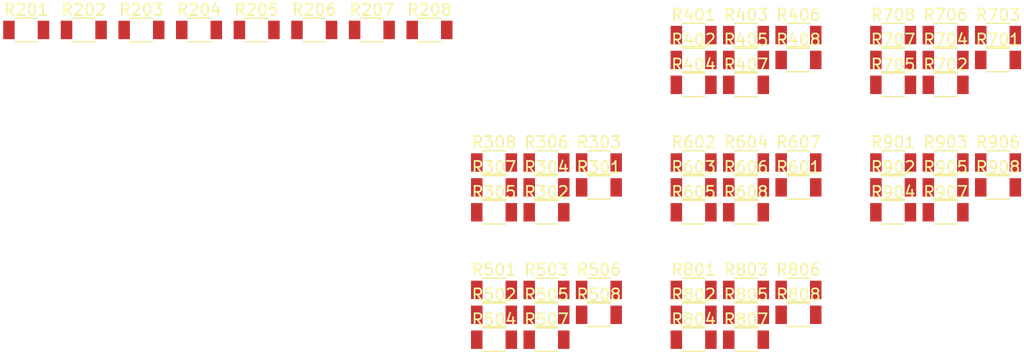
<source format=kicad_pcb>
(kicad_pcb (version 20171130) (host pcbnew "(5.0.2)-1")

  (general
    (thickness 1.6)
    (drawings 0)
    (tracks 0)
    (zones 0)
    (modules 64)
    (nets 129)
  )

  (page A4)
  (layers
    (0 F.Cu signal)
    (31 B.Cu signal)
    (32 B.Adhes user)
    (33 F.Adhes user)
    (34 B.Paste user)
    (35 F.Paste user)
    (36 B.SilkS user)
    (37 F.SilkS user)
    (38 B.Mask user)
    (39 F.Mask user)
    (40 Dwgs.User user)
    (41 Cmts.User user)
    (42 Eco1.User user)
    (43 Eco2.User user)
    (44 Edge.Cuts user)
    (45 Margin user)
    (46 B.CrtYd user)
    (47 F.CrtYd user)
    (48 B.Fab user)
    (49 F.Fab user)
  )

  (setup
    (last_trace_width 0.25)
    (trace_clearance 0.2)
    (zone_clearance 0.508)
    (zone_45_only no)
    (trace_min 0.2)
    (segment_width 0.2)
    (edge_width 0.15)
    (via_size 0.8)
    (via_drill 0.4)
    (via_min_size 0.4)
    (via_min_drill 0.3)
    (uvia_size 0.3)
    (uvia_drill 0.1)
    (uvias_allowed no)
    (uvia_min_size 0.2)
    (uvia_min_drill 0.1)
    (pcb_text_width 0.3)
    (pcb_text_size 1.5 1.5)
    (mod_edge_width 0.15)
    (mod_text_size 1 1)
    (mod_text_width 0.15)
    (pad_size 1.524 1.524)
    (pad_drill 0.762)
    (pad_to_mask_clearance 0.051)
    (solder_mask_min_width 0.25)
    (aux_axis_origin 0 0)
    (visible_elements 7FFFFFFF)
    (pcbplotparams
      (layerselection 0x010fc_ffffffff)
      (usegerberextensions false)
      (usegerberattributes false)
      (usegerberadvancedattributes false)
      (creategerberjobfile false)
      (excludeedgelayer true)
      (linewidth 0.100000)
      (plotframeref false)
      (viasonmask false)
      (mode 1)
      (useauxorigin false)
      (hpglpennumber 1)
      (hpglpenspeed 20)
      (hpglpendiameter 15.000000)
      (psnegative false)
      (psa4output false)
      (plotreference true)
      (plotvalue true)
      (plotinvisibletext false)
      (padsonsilk false)
      (subtractmaskfromsilk false)
      (outputformat 1)
      (mirror false)
      (drillshape 1)
      (scaleselection 1)
      (outputdirectory ""))
  )

  (net 0 "")
  (net 1 "Net-(R801-Pad1)")
  (net 2 "Net-(R801-Pad2)")
  (net 3 "Net-(R602-Pad2)")
  (net 4 "Net-(R602-Pad1)")
  (net 5 "Net-(R603-Pad1)")
  (net 6 "Net-(R603-Pad2)")
  (net 7 "Net-(R604-Pad2)")
  (net 8 "Net-(R604-Pad1)")
  (net 9 "Net-(R605-Pad1)")
  (net 10 "Net-(R605-Pad2)")
  (net 11 "Net-(R606-Pad2)")
  (net 12 "Net-(R606-Pad1)")
  (net 13 "Net-(R607-Pad1)")
  (net 14 "Net-(R607-Pad2)")
  (net 15 "Net-(R608-Pad2)")
  (net 16 "Net-(R608-Pad1)")
  (net 17 "Net-(R701-Pad1)")
  (net 18 "Net-(R701-Pad2)")
  (net 19 "Net-(R702-Pad2)")
  (net 20 "Net-(R702-Pad1)")
  (net 21 "Net-(R703-Pad1)")
  (net 22 "Net-(R703-Pad2)")
  (net 23 "Net-(R704-Pad2)")
  (net 24 "Net-(R704-Pad1)")
  (net 25 "Net-(R705-Pad1)")
  (net 26 "Net-(R705-Pad2)")
  (net 27 "Net-(R706-Pad2)")
  (net 28 "Net-(R706-Pad1)")
  (net 29 "Net-(R707-Pad1)")
  (net 30 "Net-(R707-Pad2)")
  (net 31 "Net-(R708-Pad2)")
  (net 32 "Net-(R708-Pad1)")
  (net 33 "Net-(R601-Pad1)")
  (net 34 "Net-(R601-Pad2)")
  (net 35 "Net-(R802-Pad2)")
  (net 36 "Net-(R802-Pad1)")
  (net 37 "Net-(R803-Pad1)")
  (net 38 "Net-(R803-Pad2)")
  (net 39 "Net-(R804-Pad2)")
  (net 40 "Net-(R804-Pad1)")
  (net 41 "Net-(R805-Pad1)")
  (net 42 "Net-(R805-Pad2)")
  (net 43 "Net-(R806-Pad2)")
  (net 44 "Net-(R806-Pad1)")
  (net 45 "Net-(R807-Pad1)")
  (net 46 "Net-(R807-Pad2)")
  (net 47 "Net-(R808-Pad2)")
  (net 48 "Net-(R808-Pad1)")
  (net 49 "Net-(R901-Pad1)")
  (net 50 "Net-(R901-Pad2)")
  (net 51 "Net-(R902-Pad2)")
  (net 52 "Net-(R902-Pad1)")
  (net 53 "Net-(R903-Pad1)")
  (net 54 "Net-(R903-Pad2)")
  (net 55 "Net-(R904-Pad2)")
  (net 56 "Net-(R904-Pad1)")
  (net 57 "Net-(R905-Pad1)")
  (net 58 "Net-(R905-Pad2)")
  (net 59 "Net-(R906-Pad2)")
  (net 60 "Net-(R906-Pad1)")
  (net 61 "Net-(R907-Pad1)")
  (net 62 "Net-(R907-Pad2)")
  (net 63 "Net-(R908-Pad2)")
  (net 64 "Net-(R908-Pad1)")
  (net 65 "Net-(R401-Pad1)")
  (net 66 "Net-(R401-Pad2)")
  (net 67 "Net-(R202-Pad2)")
  (net 68 "Net-(R202-Pad1)")
  (net 69 "Net-(R203-Pad1)")
  (net 70 "Net-(R203-Pad2)")
  (net 71 "Net-(R204-Pad2)")
  (net 72 "Net-(R204-Pad1)")
  (net 73 "Net-(R205-Pad1)")
  (net 74 "Net-(R205-Pad2)")
  (net 75 "Net-(R206-Pad2)")
  (net 76 "Net-(R206-Pad1)")
  (net 77 "Net-(R207-Pad1)")
  (net 78 "Net-(R207-Pad2)")
  (net 79 "Net-(R208-Pad2)")
  (net 80 "Net-(R208-Pad1)")
  (net 81 "Net-(R301-Pad1)")
  (net 82 "Net-(R301-Pad2)")
  (net 83 "Net-(R302-Pad2)")
  (net 84 "Net-(R302-Pad1)")
  (net 85 "Net-(R303-Pad1)")
  (net 86 "Net-(R303-Pad2)")
  (net 87 "Net-(R304-Pad2)")
  (net 88 "Net-(R304-Pad1)")
  (net 89 "Net-(R305-Pad1)")
  (net 90 "Net-(R305-Pad2)")
  (net 91 "Net-(R306-Pad2)")
  (net 92 "Net-(R306-Pad1)")
  (net 93 "Net-(R307-Pad1)")
  (net 94 "Net-(R307-Pad2)")
  (net 95 "Net-(R308-Pad2)")
  (net 96 "Net-(R308-Pad1)")
  (net 97 "Net-(R201-Pad1)")
  (net 98 "Net-(R201-Pad2)")
  (net 99 "Net-(R402-Pad2)")
  (net 100 "Net-(R402-Pad1)")
  (net 101 "Net-(R403-Pad1)")
  (net 102 "Net-(R403-Pad2)")
  (net 103 "Net-(R404-Pad2)")
  (net 104 "Net-(R404-Pad1)")
  (net 105 "Net-(R405-Pad1)")
  (net 106 "Net-(R405-Pad2)")
  (net 107 "Net-(R406-Pad2)")
  (net 108 "Net-(R406-Pad1)")
  (net 109 "Net-(R407-Pad1)")
  (net 110 "Net-(R407-Pad2)")
  (net 111 "Net-(R408-Pad2)")
  (net 112 "Net-(R408-Pad1)")
  (net 113 "Net-(R501-Pad1)")
  (net 114 "Net-(R501-Pad2)")
  (net 115 "Net-(R502-Pad2)")
  (net 116 "Net-(R502-Pad1)")
  (net 117 "Net-(R503-Pad1)")
  (net 118 "Net-(R503-Pad2)")
  (net 119 "Net-(R504-Pad2)")
  (net 120 "Net-(R504-Pad1)")
  (net 121 "Net-(R505-Pad1)")
  (net 122 "Net-(R505-Pad2)")
  (net 123 "Net-(R506-Pad2)")
  (net 124 "Net-(R506-Pad1)")
  (net 125 "Net-(R507-Pad1)")
  (net 126 "Net-(R507-Pad2)")
  (net 127 "Net-(R508-Pad2)")
  (net 128 "Net-(R508-Pad1)")

  (net_class Default "This is the default net class."
    (clearance 0.2)
    (trace_width 0.25)
    (via_dia 0.8)
    (via_drill 0.4)
    (uvia_dia 0.3)
    (uvia_drill 0.1)
    (add_net "Net-(R201-Pad1)")
    (add_net "Net-(R201-Pad2)")
    (add_net "Net-(R202-Pad1)")
    (add_net "Net-(R202-Pad2)")
    (add_net "Net-(R203-Pad1)")
    (add_net "Net-(R203-Pad2)")
    (add_net "Net-(R204-Pad1)")
    (add_net "Net-(R204-Pad2)")
    (add_net "Net-(R205-Pad1)")
    (add_net "Net-(R205-Pad2)")
    (add_net "Net-(R206-Pad1)")
    (add_net "Net-(R206-Pad2)")
    (add_net "Net-(R207-Pad1)")
    (add_net "Net-(R207-Pad2)")
    (add_net "Net-(R208-Pad1)")
    (add_net "Net-(R208-Pad2)")
    (add_net "Net-(R301-Pad1)")
    (add_net "Net-(R301-Pad2)")
    (add_net "Net-(R302-Pad1)")
    (add_net "Net-(R302-Pad2)")
    (add_net "Net-(R303-Pad1)")
    (add_net "Net-(R303-Pad2)")
    (add_net "Net-(R304-Pad1)")
    (add_net "Net-(R304-Pad2)")
    (add_net "Net-(R305-Pad1)")
    (add_net "Net-(R305-Pad2)")
    (add_net "Net-(R306-Pad1)")
    (add_net "Net-(R306-Pad2)")
    (add_net "Net-(R307-Pad1)")
    (add_net "Net-(R307-Pad2)")
    (add_net "Net-(R308-Pad1)")
    (add_net "Net-(R308-Pad2)")
    (add_net "Net-(R401-Pad1)")
    (add_net "Net-(R401-Pad2)")
    (add_net "Net-(R402-Pad1)")
    (add_net "Net-(R402-Pad2)")
    (add_net "Net-(R403-Pad1)")
    (add_net "Net-(R403-Pad2)")
    (add_net "Net-(R404-Pad1)")
    (add_net "Net-(R404-Pad2)")
    (add_net "Net-(R405-Pad1)")
    (add_net "Net-(R405-Pad2)")
    (add_net "Net-(R406-Pad1)")
    (add_net "Net-(R406-Pad2)")
    (add_net "Net-(R407-Pad1)")
    (add_net "Net-(R407-Pad2)")
    (add_net "Net-(R408-Pad1)")
    (add_net "Net-(R408-Pad2)")
    (add_net "Net-(R501-Pad1)")
    (add_net "Net-(R501-Pad2)")
    (add_net "Net-(R502-Pad1)")
    (add_net "Net-(R502-Pad2)")
    (add_net "Net-(R503-Pad1)")
    (add_net "Net-(R503-Pad2)")
    (add_net "Net-(R504-Pad1)")
    (add_net "Net-(R504-Pad2)")
    (add_net "Net-(R505-Pad1)")
    (add_net "Net-(R505-Pad2)")
    (add_net "Net-(R506-Pad1)")
    (add_net "Net-(R506-Pad2)")
    (add_net "Net-(R507-Pad1)")
    (add_net "Net-(R507-Pad2)")
    (add_net "Net-(R508-Pad1)")
    (add_net "Net-(R508-Pad2)")
    (add_net "Net-(R601-Pad1)")
    (add_net "Net-(R601-Pad2)")
    (add_net "Net-(R602-Pad1)")
    (add_net "Net-(R602-Pad2)")
    (add_net "Net-(R603-Pad1)")
    (add_net "Net-(R603-Pad2)")
    (add_net "Net-(R604-Pad1)")
    (add_net "Net-(R604-Pad2)")
    (add_net "Net-(R605-Pad1)")
    (add_net "Net-(R605-Pad2)")
    (add_net "Net-(R606-Pad1)")
    (add_net "Net-(R606-Pad2)")
    (add_net "Net-(R607-Pad1)")
    (add_net "Net-(R607-Pad2)")
    (add_net "Net-(R608-Pad1)")
    (add_net "Net-(R608-Pad2)")
    (add_net "Net-(R701-Pad1)")
    (add_net "Net-(R701-Pad2)")
    (add_net "Net-(R702-Pad1)")
    (add_net "Net-(R702-Pad2)")
    (add_net "Net-(R703-Pad1)")
    (add_net "Net-(R703-Pad2)")
    (add_net "Net-(R704-Pad1)")
    (add_net "Net-(R704-Pad2)")
    (add_net "Net-(R705-Pad1)")
    (add_net "Net-(R705-Pad2)")
    (add_net "Net-(R706-Pad1)")
    (add_net "Net-(R706-Pad2)")
    (add_net "Net-(R707-Pad1)")
    (add_net "Net-(R707-Pad2)")
    (add_net "Net-(R708-Pad1)")
    (add_net "Net-(R708-Pad2)")
    (add_net "Net-(R801-Pad1)")
    (add_net "Net-(R801-Pad2)")
    (add_net "Net-(R802-Pad1)")
    (add_net "Net-(R802-Pad2)")
    (add_net "Net-(R803-Pad1)")
    (add_net "Net-(R803-Pad2)")
    (add_net "Net-(R804-Pad1)")
    (add_net "Net-(R804-Pad2)")
    (add_net "Net-(R805-Pad1)")
    (add_net "Net-(R805-Pad2)")
    (add_net "Net-(R806-Pad1)")
    (add_net "Net-(R806-Pad2)")
    (add_net "Net-(R807-Pad1)")
    (add_net "Net-(R807-Pad2)")
    (add_net "Net-(R808-Pad1)")
    (add_net "Net-(R808-Pad2)")
    (add_net "Net-(R901-Pad1)")
    (add_net "Net-(R901-Pad2)")
    (add_net "Net-(R902-Pad1)")
    (add_net "Net-(R902-Pad2)")
    (add_net "Net-(R903-Pad1)")
    (add_net "Net-(R903-Pad2)")
    (add_net "Net-(R904-Pad1)")
    (add_net "Net-(R904-Pad2)")
    (add_net "Net-(R905-Pad1)")
    (add_net "Net-(R905-Pad2)")
    (add_net "Net-(R906-Pad1)")
    (add_net "Net-(R906-Pad2)")
    (add_net "Net-(R907-Pad1)")
    (add_net "Net-(R907-Pad2)")
    (add_net "Net-(R908-Pad1)")
    (add_net "Net-(R908-Pad2)")
  )

  (module Passives:R1206M (layer F.Cu) (tedit 5A956603) (tstamp 5C741CD0)
    (at 107.260001 93.305001)
    (descr "Capacitor SMD 1206, reflow soldering, AVX (see smccp.pdf)")
    (tags "capacitor 1206")
    (path /5C66F732/5C66F921)
    (attr smd)
    (fp_text reference R508 (at 0 -1.75) (layer F.SilkS)
      (effects (font (size 1 1) (thickness 0.15)))
    )
    (fp_text value 1k (at 0 2) (layer F.Fab) hide
      (effects (font (size 1 1) (thickness 0.15)))
    )
    (fp_line (start 2.25 1.05) (end -2.25 1.05) (layer F.CrtYd) (width 0.05))
    (fp_line (start 2.25 1.05) (end 2.25 -1.05) (layer F.CrtYd) (width 0.05))
    (fp_line (start -2.25 -1.05) (end -2.25 1.05) (layer F.CrtYd) (width 0.05))
    (fp_line (start -2.25 -1.05) (end 2.25 -1.05) (layer F.CrtYd) (width 0.05))
    (fp_line (start -1 1.02) (end 1 1.02) (layer F.SilkS) (width 0.12))
    (fp_line (start 1 -1.02) (end -1 -1.02) (layer F.SilkS) (width 0.12))
    (fp_line (start -1.6 -0.8) (end 1.6 -0.8) (layer F.Fab) (width 0.1))
    (fp_line (start 1.6 -0.8) (end 1.6 0.8) (layer F.Fab) (width 0.1))
    (fp_line (start 1.6 0.8) (end -1.6 0.8) (layer F.Fab) (width 0.1))
    (fp_line (start -1.6 0.8) (end -1.6 -0.8) (layer F.Fab) (width 0.1))
    (fp_text user %R (at 0 0) (layer F.Fab)
      (effects (font (size 0.5 0.5) (thickness 0.07)))
    )
    (pad 2 smd rect (at 1.5 0) (size 1 1.6) (layers F.Cu F.Paste F.Mask)
      (net 127 "Net-(R508-Pad2)"))
    (pad 1 smd rect (at -1.5 0) (size 1 1.6) (layers F.Cu F.Paste F.Mask)
      (net 128 "Net-(R508-Pad1)"))
    (model ${KISYS3DMOD}/Resistor_SMD.3dshapes/R_1206_3216Metric.wrl
      (at (xyz 0 0 0))
      (scale (xyz 1 1 1))
      (rotate (xyz 0 0 0))
    )
  )

  (module Passives:R1206M (layer F.Cu) (tedit 5A956603) (tstamp 5C741CBF)
    (at 102.710001 95.465001)
    (descr "Capacitor SMD 1206, reflow soldering, AVX (see smccp.pdf)")
    (tags "capacitor 1206")
    (path /5C66F732/5C66F8FB)
    (attr smd)
    (fp_text reference R507 (at 0 -1.75) (layer F.SilkS)
      (effects (font (size 1 1) (thickness 0.15)))
    )
    (fp_text value 1k (at 0 2) (layer F.Fab) hide
      (effects (font (size 1 1) (thickness 0.15)))
    )
    (fp_text user %R (at 0 0) (layer F.Fab)
      (effects (font (size 0.5 0.5) (thickness 0.07)))
    )
    (fp_line (start -1.6 0.8) (end -1.6 -0.8) (layer F.Fab) (width 0.1))
    (fp_line (start 1.6 0.8) (end -1.6 0.8) (layer F.Fab) (width 0.1))
    (fp_line (start 1.6 -0.8) (end 1.6 0.8) (layer F.Fab) (width 0.1))
    (fp_line (start -1.6 -0.8) (end 1.6 -0.8) (layer F.Fab) (width 0.1))
    (fp_line (start 1 -1.02) (end -1 -1.02) (layer F.SilkS) (width 0.12))
    (fp_line (start -1 1.02) (end 1 1.02) (layer F.SilkS) (width 0.12))
    (fp_line (start -2.25 -1.05) (end 2.25 -1.05) (layer F.CrtYd) (width 0.05))
    (fp_line (start -2.25 -1.05) (end -2.25 1.05) (layer F.CrtYd) (width 0.05))
    (fp_line (start 2.25 1.05) (end 2.25 -1.05) (layer F.CrtYd) (width 0.05))
    (fp_line (start 2.25 1.05) (end -2.25 1.05) (layer F.CrtYd) (width 0.05))
    (pad 1 smd rect (at -1.5 0) (size 1 1.6) (layers F.Cu F.Paste F.Mask)
      (net 125 "Net-(R507-Pad1)"))
    (pad 2 smd rect (at 1.5 0) (size 1 1.6) (layers F.Cu F.Paste F.Mask)
      (net 126 "Net-(R507-Pad2)"))
    (model ${KISYS3DMOD}/Resistor_SMD.3dshapes/R_1206_3216Metric.wrl
      (at (xyz 0 0 0))
      (scale (xyz 1 1 1))
      (rotate (xyz 0 0 0))
    )
  )

  (module Passives:R1206M (layer F.Cu) (tedit 5A956603) (tstamp 5C741CAE)
    (at 107.260001 91.145001)
    (descr "Capacitor SMD 1206, reflow soldering, AVX (see smccp.pdf)")
    (tags "capacitor 1206")
    (path /5C66F732/5C66F8D7)
    (attr smd)
    (fp_text reference R506 (at 0 -1.75) (layer F.SilkS)
      (effects (font (size 1 1) (thickness 0.15)))
    )
    (fp_text value 1k (at 0 2) (layer F.Fab) hide
      (effects (font (size 1 1) (thickness 0.15)))
    )
    (fp_line (start 2.25 1.05) (end -2.25 1.05) (layer F.CrtYd) (width 0.05))
    (fp_line (start 2.25 1.05) (end 2.25 -1.05) (layer F.CrtYd) (width 0.05))
    (fp_line (start -2.25 -1.05) (end -2.25 1.05) (layer F.CrtYd) (width 0.05))
    (fp_line (start -2.25 -1.05) (end 2.25 -1.05) (layer F.CrtYd) (width 0.05))
    (fp_line (start -1 1.02) (end 1 1.02) (layer F.SilkS) (width 0.12))
    (fp_line (start 1 -1.02) (end -1 -1.02) (layer F.SilkS) (width 0.12))
    (fp_line (start -1.6 -0.8) (end 1.6 -0.8) (layer F.Fab) (width 0.1))
    (fp_line (start 1.6 -0.8) (end 1.6 0.8) (layer F.Fab) (width 0.1))
    (fp_line (start 1.6 0.8) (end -1.6 0.8) (layer F.Fab) (width 0.1))
    (fp_line (start -1.6 0.8) (end -1.6 -0.8) (layer F.Fab) (width 0.1))
    (fp_text user %R (at 0 0) (layer F.Fab)
      (effects (font (size 0.5 0.5) (thickness 0.07)))
    )
    (pad 2 smd rect (at 1.5 0) (size 1 1.6) (layers F.Cu F.Paste F.Mask)
      (net 123 "Net-(R506-Pad2)"))
    (pad 1 smd rect (at -1.5 0) (size 1 1.6) (layers F.Cu F.Paste F.Mask)
      (net 124 "Net-(R506-Pad1)"))
    (model ${KISYS3DMOD}/Resistor_SMD.3dshapes/R_1206_3216Metric.wrl
      (at (xyz 0 0 0))
      (scale (xyz 1 1 1))
      (rotate (xyz 0 0 0))
    )
  )

  (module Passives:R1206M (layer F.Cu) (tedit 5A956603) (tstamp 5C741C9D)
    (at 102.710001 93.305001)
    (descr "Capacitor SMD 1206, reflow soldering, AVX (see smccp.pdf)")
    (tags "capacitor 1206")
    (path /5C66F732/5C66F897)
    (attr smd)
    (fp_text reference R505 (at 0 -1.75) (layer F.SilkS)
      (effects (font (size 1 1) (thickness 0.15)))
    )
    (fp_text value 1k (at 0 2) (layer F.Fab) hide
      (effects (font (size 1 1) (thickness 0.15)))
    )
    (fp_text user %R (at 0 0) (layer F.Fab)
      (effects (font (size 0.5 0.5) (thickness 0.07)))
    )
    (fp_line (start -1.6 0.8) (end -1.6 -0.8) (layer F.Fab) (width 0.1))
    (fp_line (start 1.6 0.8) (end -1.6 0.8) (layer F.Fab) (width 0.1))
    (fp_line (start 1.6 -0.8) (end 1.6 0.8) (layer F.Fab) (width 0.1))
    (fp_line (start -1.6 -0.8) (end 1.6 -0.8) (layer F.Fab) (width 0.1))
    (fp_line (start 1 -1.02) (end -1 -1.02) (layer F.SilkS) (width 0.12))
    (fp_line (start -1 1.02) (end 1 1.02) (layer F.SilkS) (width 0.12))
    (fp_line (start -2.25 -1.05) (end 2.25 -1.05) (layer F.CrtYd) (width 0.05))
    (fp_line (start -2.25 -1.05) (end -2.25 1.05) (layer F.CrtYd) (width 0.05))
    (fp_line (start 2.25 1.05) (end 2.25 -1.05) (layer F.CrtYd) (width 0.05))
    (fp_line (start 2.25 1.05) (end -2.25 1.05) (layer F.CrtYd) (width 0.05))
    (pad 1 smd rect (at -1.5 0) (size 1 1.6) (layers F.Cu F.Paste F.Mask)
      (net 121 "Net-(R505-Pad1)"))
    (pad 2 smd rect (at 1.5 0) (size 1 1.6) (layers F.Cu F.Paste F.Mask)
      (net 122 "Net-(R505-Pad2)"))
    (model ${KISYS3DMOD}/Resistor_SMD.3dshapes/R_1206_3216Metric.wrl
      (at (xyz 0 0 0))
      (scale (xyz 1 1 1))
      (rotate (xyz 0 0 0))
    )
  )

  (module Passives:R1206M (layer F.Cu) (tedit 5A956603) (tstamp 5C741C8C)
    (at 98.160001 95.465001)
    (descr "Capacitor SMD 1206, reflow soldering, AVX (see smccp.pdf)")
    (tags "capacitor 1206")
    (path /5C66F732/5C66F87B)
    (attr smd)
    (fp_text reference R504 (at 0 -1.75) (layer F.SilkS)
      (effects (font (size 1 1) (thickness 0.15)))
    )
    (fp_text value 1k (at 0 2) (layer F.Fab) hide
      (effects (font (size 1 1) (thickness 0.15)))
    )
    (fp_line (start 2.25 1.05) (end -2.25 1.05) (layer F.CrtYd) (width 0.05))
    (fp_line (start 2.25 1.05) (end 2.25 -1.05) (layer F.CrtYd) (width 0.05))
    (fp_line (start -2.25 -1.05) (end -2.25 1.05) (layer F.CrtYd) (width 0.05))
    (fp_line (start -2.25 -1.05) (end 2.25 -1.05) (layer F.CrtYd) (width 0.05))
    (fp_line (start -1 1.02) (end 1 1.02) (layer F.SilkS) (width 0.12))
    (fp_line (start 1 -1.02) (end -1 -1.02) (layer F.SilkS) (width 0.12))
    (fp_line (start -1.6 -0.8) (end 1.6 -0.8) (layer F.Fab) (width 0.1))
    (fp_line (start 1.6 -0.8) (end 1.6 0.8) (layer F.Fab) (width 0.1))
    (fp_line (start 1.6 0.8) (end -1.6 0.8) (layer F.Fab) (width 0.1))
    (fp_line (start -1.6 0.8) (end -1.6 -0.8) (layer F.Fab) (width 0.1))
    (fp_text user %R (at 0 0) (layer F.Fab)
      (effects (font (size 0.5 0.5) (thickness 0.07)))
    )
    (pad 2 smd rect (at 1.5 0) (size 1 1.6) (layers F.Cu F.Paste F.Mask)
      (net 119 "Net-(R504-Pad2)"))
    (pad 1 smd rect (at -1.5 0) (size 1 1.6) (layers F.Cu F.Paste F.Mask)
      (net 120 "Net-(R504-Pad1)"))
    (model ${KISYS3DMOD}/Resistor_SMD.3dshapes/R_1206_3216Metric.wrl
      (at (xyz 0 0 0))
      (scale (xyz 1 1 1))
      (rotate (xyz 0 0 0))
    )
  )

  (module Passives:R1206M (layer F.Cu) (tedit 5A956603) (tstamp 5C741C7B)
    (at 102.710001 91.145001)
    (descr "Capacitor SMD 1206, reflow soldering, AVX (see smccp.pdf)")
    (tags "capacitor 1206")
    (path /5C66F732/5C66F85D)
    (attr smd)
    (fp_text reference R503 (at 0 -1.75) (layer F.SilkS)
      (effects (font (size 1 1) (thickness 0.15)))
    )
    (fp_text value 1k (at 0 2) (layer F.Fab) hide
      (effects (font (size 1 1) (thickness 0.15)))
    )
    (fp_text user %R (at 0 0) (layer F.Fab)
      (effects (font (size 0.5 0.5) (thickness 0.07)))
    )
    (fp_line (start -1.6 0.8) (end -1.6 -0.8) (layer F.Fab) (width 0.1))
    (fp_line (start 1.6 0.8) (end -1.6 0.8) (layer F.Fab) (width 0.1))
    (fp_line (start 1.6 -0.8) (end 1.6 0.8) (layer F.Fab) (width 0.1))
    (fp_line (start -1.6 -0.8) (end 1.6 -0.8) (layer F.Fab) (width 0.1))
    (fp_line (start 1 -1.02) (end -1 -1.02) (layer F.SilkS) (width 0.12))
    (fp_line (start -1 1.02) (end 1 1.02) (layer F.SilkS) (width 0.12))
    (fp_line (start -2.25 -1.05) (end 2.25 -1.05) (layer F.CrtYd) (width 0.05))
    (fp_line (start -2.25 -1.05) (end -2.25 1.05) (layer F.CrtYd) (width 0.05))
    (fp_line (start 2.25 1.05) (end 2.25 -1.05) (layer F.CrtYd) (width 0.05))
    (fp_line (start 2.25 1.05) (end -2.25 1.05) (layer F.CrtYd) (width 0.05))
    (pad 1 smd rect (at -1.5 0) (size 1 1.6) (layers F.Cu F.Paste F.Mask)
      (net 117 "Net-(R503-Pad1)"))
    (pad 2 smd rect (at 1.5 0) (size 1 1.6) (layers F.Cu F.Paste F.Mask)
      (net 118 "Net-(R503-Pad2)"))
    (model ${KISYS3DMOD}/Resistor_SMD.3dshapes/R_1206_3216Metric.wrl
      (at (xyz 0 0 0))
      (scale (xyz 1 1 1))
      (rotate (xyz 0 0 0))
    )
  )

  (module Passives:R1206M (layer F.Cu) (tedit 5A956603) (tstamp 5C741C6A)
    (at 98.160001 93.305001)
    (descr "Capacitor SMD 1206, reflow soldering, AVX (see smccp.pdf)")
    (tags "capacitor 1206")
    (path /5C66F732/5C66F845)
    (attr smd)
    (fp_text reference R502 (at 0 -1.75) (layer F.SilkS)
      (effects (font (size 1 1) (thickness 0.15)))
    )
    (fp_text value 1k (at 0 2) (layer F.Fab) hide
      (effects (font (size 1 1) (thickness 0.15)))
    )
    (fp_line (start 2.25 1.05) (end -2.25 1.05) (layer F.CrtYd) (width 0.05))
    (fp_line (start 2.25 1.05) (end 2.25 -1.05) (layer F.CrtYd) (width 0.05))
    (fp_line (start -2.25 -1.05) (end -2.25 1.05) (layer F.CrtYd) (width 0.05))
    (fp_line (start -2.25 -1.05) (end 2.25 -1.05) (layer F.CrtYd) (width 0.05))
    (fp_line (start -1 1.02) (end 1 1.02) (layer F.SilkS) (width 0.12))
    (fp_line (start 1 -1.02) (end -1 -1.02) (layer F.SilkS) (width 0.12))
    (fp_line (start -1.6 -0.8) (end 1.6 -0.8) (layer F.Fab) (width 0.1))
    (fp_line (start 1.6 -0.8) (end 1.6 0.8) (layer F.Fab) (width 0.1))
    (fp_line (start 1.6 0.8) (end -1.6 0.8) (layer F.Fab) (width 0.1))
    (fp_line (start -1.6 0.8) (end -1.6 -0.8) (layer F.Fab) (width 0.1))
    (fp_text user %R (at 0 0) (layer F.Fab)
      (effects (font (size 0.5 0.5) (thickness 0.07)))
    )
    (pad 2 smd rect (at 1.5 0) (size 1 1.6) (layers F.Cu F.Paste F.Mask)
      (net 115 "Net-(R502-Pad2)"))
    (pad 1 smd rect (at -1.5 0) (size 1 1.6) (layers F.Cu F.Paste F.Mask)
      (net 116 "Net-(R502-Pad1)"))
    (model ${KISYS3DMOD}/Resistor_SMD.3dshapes/R_1206_3216Metric.wrl
      (at (xyz 0 0 0))
      (scale (xyz 1 1 1))
      (rotate (xyz 0 0 0))
    )
  )

  (module Passives:R1206M (layer F.Cu) (tedit 5A956603) (tstamp 5C741C59)
    (at 98.160001 91.145001)
    (descr "Capacitor SMD 1206, reflow soldering, AVX (see smccp.pdf)")
    (tags "capacitor 1206")
    (path /5C66F732/5C66F7B3)
    (attr smd)
    (fp_text reference R501 (at 0 -1.75) (layer F.SilkS)
      (effects (font (size 1 1) (thickness 0.15)))
    )
    (fp_text value 1k (at 0 2) (layer F.Fab) hide
      (effects (font (size 1 1) (thickness 0.15)))
    )
    (fp_text user %R (at 0 0) (layer F.Fab)
      (effects (font (size 0.5 0.5) (thickness 0.07)))
    )
    (fp_line (start -1.6 0.8) (end -1.6 -0.8) (layer F.Fab) (width 0.1))
    (fp_line (start 1.6 0.8) (end -1.6 0.8) (layer F.Fab) (width 0.1))
    (fp_line (start 1.6 -0.8) (end 1.6 0.8) (layer F.Fab) (width 0.1))
    (fp_line (start -1.6 -0.8) (end 1.6 -0.8) (layer F.Fab) (width 0.1))
    (fp_line (start 1 -1.02) (end -1 -1.02) (layer F.SilkS) (width 0.12))
    (fp_line (start -1 1.02) (end 1 1.02) (layer F.SilkS) (width 0.12))
    (fp_line (start -2.25 -1.05) (end 2.25 -1.05) (layer F.CrtYd) (width 0.05))
    (fp_line (start -2.25 -1.05) (end -2.25 1.05) (layer F.CrtYd) (width 0.05))
    (fp_line (start 2.25 1.05) (end 2.25 -1.05) (layer F.CrtYd) (width 0.05))
    (fp_line (start 2.25 1.05) (end -2.25 1.05) (layer F.CrtYd) (width 0.05))
    (pad 1 smd rect (at -1.5 0) (size 1 1.6) (layers F.Cu F.Paste F.Mask)
      (net 113 "Net-(R501-Pad1)"))
    (pad 2 smd rect (at 1.5 0) (size 1 1.6) (layers F.Cu F.Paste F.Mask)
      (net 114 "Net-(R501-Pad2)"))
    (model ${KISYS3DMOD}/Resistor_SMD.3dshapes/R_1206_3216Metric.wrl
      (at (xyz 0 0 0))
      (scale (xyz 1 1 1))
      (rotate (xyz 0 0 0))
    )
  )

  (module Passives:R1206M (layer F.Cu) (tedit 5A956603) (tstamp 5C741C48)
    (at 124.580001 71.185001)
    (descr "Capacitor SMD 1206, reflow soldering, AVX (see smccp.pdf)")
    (tags "capacitor 1206")
    (path /5C66F730/5C66F921)
    (attr smd)
    (fp_text reference R408 (at 0 -1.75) (layer F.SilkS)
      (effects (font (size 1 1) (thickness 0.15)))
    )
    (fp_text value 1k (at 0 2) (layer F.Fab) hide
      (effects (font (size 1 1) (thickness 0.15)))
    )
    (fp_line (start 2.25 1.05) (end -2.25 1.05) (layer F.CrtYd) (width 0.05))
    (fp_line (start 2.25 1.05) (end 2.25 -1.05) (layer F.CrtYd) (width 0.05))
    (fp_line (start -2.25 -1.05) (end -2.25 1.05) (layer F.CrtYd) (width 0.05))
    (fp_line (start -2.25 -1.05) (end 2.25 -1.05) (layer F.CrtYd) (width 0.05))
    (fp_line (start -1 1.02) (end 1 1.02) (layer F.SilkS) (width 0.12))
    (fp_line (start 1 -1.02) (end -1 -1.02) (layer F.SilkS) (width 0.12))
    (fp_line (start -1.6 -0.8) (end 1.6 -0.8) (layer F.Fab) (width 0.1))
    (fp_line (start 1.6 -0.8) (end 1.6 0.8) (layer F.Fab) (width 0.1))
    (fp_line (start 1.6 0.8) (end -1.6 0.8) (layer F.Fab) (width 0.1))
    (fp_line (start -1.6 0.8) (end -1.6 -0.8) (layer F.Fab) (width 0.1))
    (fp_text user %R (at 0 0) (layer F.Fab)
      (effects (font (size 0.5 0.5) (thickness 0.07)))
    )
    (pad 2 smd rect (at 1.5 0) (size 1 1.6) (layers F.Cu F.Paste F.Mask)
      (net 111 "Net-(R408-Pad2)"))
    (pad 1 smd rect (at -1.5 0) (size 1 1.6) (layers F.Cu F.Paste F.Mask)
      (net 112 "Net-(R408-Pad1)"))
    (model ${KISYS3DMOD}/Resistor_SMD.3dshapes/R_1206_3216Metric.wrl
      (at (xyz 0 0 0))
      (scale (xyz 1 1 1))
      (rotate (xyz 0 0 0))
    )
  )

  (module Passives:R1206M (layer F.Cu) (tedit 5A956603) (tstamp 5C741C37)
    (at 120.030001 73.345001)
    (descr "Capacitor SMD 1206, reflow soldering, AVX (see smccp.pdf)")
    (tags "capacitor 1206")
    (path /5C66F730/5C66F8FB)
    (attr smd)
    (fp_text reference R407 (at 0 -1.75) (layer F.SilkS)
      (effects (font (size 1 1) (thickness 0.15)))
    )
    (fp_text value 1k (at 0 2) (layer F.Fab) hide
      (effects (font (size 1 1) (thickness 0.15)))
    )
    (fp_text user %R (at 0 0) (layer F.Fab)
      (effects (font (size 0.5 0.5) (thickness 0.07)))
    )
    (fp_line (start -1.6 0.8) (end -1.6 -0.8) (layer F.Fab) (width 0.1))
    (fp_line (start 1.6 0.8) (end -1.6 0.8) (layer F.Fab) (width 0.1))
    (fp_line (start 1.6 -0.8) (end 1.6 0.8) (layer F.Fab) (width 0.1))
    (fp_line (start -1.6 -0.8) (end 1.6 -0.8) (layer F.Fab) (width 0.1))
    (fp_line (start 1 -1.02) (end -1 -1.02) (layer F.SilkS) (width 0.12))
    (fp_line (start -1 1.02) (end 1 1.02) (layer F.SilkS) (width 0.12))
    (fp_line (start -2.25 -1.05) (end 2.25 -1.05) (layer F.CrtYd) (width 0.05))
    (fp_line (start -2.25 -1.05) (end -2.25 1.05) (layer F.CrtYd) (width 0.05))
    (fp_line (start 2.25 1.05) (end 2.25 -1.05) (layer F.CrtYd) (width 0.05))
    (fp_line (start 2.25 1.05) (end -2.25 1.05) (layer F.CrtYd) (width 0.05))
    (pad 1 smd rect (at -1.5 0) (size 1 1.6) (layers F.Cu F.Paste F.Mask)
      (net 109 "Net-(R407-Pad1)"))
    (pad 2 smd rect (at 1.5 0) (size 1 1.6) (layers F.Cu F.Paste F.Mask)
      (net 110 "Net-(R407-Pad2)"))
    (model ${KISYS3DMOD}/Resistor_SMD.3dshapes/R_1206_3216Metric.wrl
      (at (xyz 0 0 0))
      (scale (xyz 1 1 1))
      (rotate (xyz 0 0 0))
    )
  )

  (module Passives:R1206M (layer F.Cu) (tedit 5A956603) (tstamp 5C741C26)
    (at 124.580001 69.025001)
    (descr "Capacitor SMD 1206, reflow soldering, AVX (see smccp.pdf)")
    (tags "capacitor 1206")
    (path /5C66F730/5C66F8D7)
    (attr smd)
    (fp_text reference R406 (at 0 -1.75) (layer F.SilkS)
      (effects (font (size 1 1) (thickness 0.15)))
    )
    (fp_text value 1k (at 0 2) (layer F.Fab) hide
      (effects (font (size 1 1) (thickness 0.15)))
    )
    (fp_line (start 2.25 1.05) (end -2.25 1.05) (layer F.CrtYd) (width 0.05))
    (fp_line (start 2.25 1.05) (end 2.25 -1.05) (layer F.CrtYd) (width 0.05))
    (fp_line (start -2.25 -1.05) (end -2.25 1.05) (layer F.CrtYd) (width 0.05))
    (fp_line (start -2.25 -1.05) (end 2.25 -1.05) (layer F.CrtYd) (width 0.05))
    (fp_line (start -1 1.02) (end 1 1.02) (layer F.SilkS) (width 0.12))
    (fp_line (start 1 -1.02) (end -1 -1.02) (layer F.SilkS) (width 0.12))
    (fp_line (start -1.6 -0.8) (end 1.6 -0.8) (layer F.Fab) (width 0.1))
    (fp_line (start 1.6 -0.8) (end 1.6 0.8) (layer F.Fab) (width 0.1))
    (fp_line (start 1.6 0.8) (end -1.6 0.8) (layer F.Fab) (width 0.1))
    (fp_line (start -1.6 0.8) (end -1.6 -0.8) (layer F.Fab) (width 0.1))
    (fp_text user %R (at 0 0) (layer F.Fab)
      (effects (font (size 0.5 0.5) (thickness 0.07)))
    )
    (pad 2 smd rect (at 1.5 0) (size 1 1.6) (layers F.Cu F.Paste F.Mask)
      (net 107 "Net-(R406-Pad2)"))
    (pad 1 smd rect (at -1.5 0) (size 1 1.6) (layers F.Cu F.Paste F.Mask)
      (net 108 "Net-(R406-Pad1)"))
    (model ${KISYS3DMOD}/Resistor_SMD.3dshapes/R_1206_3216Metric.wrl
      (at (xyz 0 0 0))
      (scale (xyz 1 1 1))
      (rotate (xyz 0 0 0))
    )
  )

  (module Passives:R1206M (layer F.Cu) (tedit 5A956603) (tstamp 5C741C15)
    (at 120.030001 71.185001)
    (descr "Capacitor SMD 1206, reflow soldering, AVX (see smccp.pdf)")
    (tags "capacitor 1206")
    (path /5C66F730/5C66F897)
    (attr smd)
    (fp_text reference R405 (at 0 -1.75) (layer F.SilkS)
      (effects (font (size 1 1) (thickness 0.15)))
    )
    (fp_text value 1k (at 0 2) (layer F.Fab) hide
      (effects (font (size 1 1) (thickness 0.15)))
    )
    (fp_text user %R (at 0 0) (layer F.Fab)
      (effects (font (size 0.5 0.5) (thickness 0.07)))
    )
    (fp_line (start -1.6 0.8) (end -1.6 -0.8) (layer F.Fab) (width 0.1))
    (fp_line (start 1.6 0.8) (end -1.6 0.8) (layer F.Fab) (width 0.1))
    (fp_line (start 1.6 -0.8) (end 1.6 0.8) (layer F.Fab) (width 0.1))
    (fp_line (start -1.6 -0.8) (end 1.6 -0.8) (layer F.Fab) (width 0.1))
    (fp_line (start 1 -1.02) (end -1 -1.02) (layer F.SilkS) (width 0.12))
    (fp_line (start -1 1.02) (end 1 1.02) (layer F.SilkS) (width 0.12))
    (fp_line (start -2.25 -1.05) (end 2.25 -1.05) (layer F.CrtYd) (width 0.05))
    (fp_line (start -2.25 -1.05) (end -2.25 1.05) (layer F.CrtYd) (width 0.05))
    (fp_line (start 2.25 1.05) (end 2.25 -1.05) (layer F.CrtYd) (width 0.05))
    (fp_line (start 2.25 1.05) (end -2.25 1.05) (layer F.CrtYd) (width 0.05))
    (pad 1 smd rect (at -1.5 0) (size 1 1.6) (layers F.Cu F.Paste F.Mask)
      (net 105 "Net-(R405-Pad1)"))
    (pad 2 smd rect (at 1.5 0) (size 1 1.6) (layers F.Cu F.Paste F.Mask)
      (net 106 "Net-(R405-Pad2)"))
    (model ${KISYS3DMOD}/Resistor_SMD.3dshapes/R_1206_3216Metric.wrl
      (at (xyz 0 0 0))
      (scale (xyz 1 1 1))
      (rotate (xyz 0 0 0))
    )
  )

  (module Passives:R1206M (layer F.Cu) (tedit 5A956603) (tstamp 5C741C04)
    (at 115.480001 73.345001)
    (descr "Capacitor SMD 1206, reflow soldering, AVX (see smccp.pdf)")
    (tags "capacitor 1206")
    (path /5C66F730/5C66F87B)
    (attr smd)
    (fp_text reference R404 (at 0 -1.75) (layer F.SilkS)
      (effects (font (size 1 1) (thickness 0.15)))
    )
    (fp_text value 1k (at 0 2) (layer F.Fab) hide
      (effects (font (size 1 1) (thickness 0.15)))
    )
    (fp_line (start 2.25 1.05) (end -2.25 1.05) (layer F.CrtYd) (width 0.05))
    (fp_line (start 2.25 1.05) (end 2.25 -1.05) (layer F.CrtYd) (width 0.05))
    (fp_line (start -2.25 -1.05) (end -2.25 1.05) (layer F.CrtYd) (width 0.05))
    (fp_line (start -2.25 -1.05) (end 2.25 -1.05) (layer F.CrtYd) (width 0.05))
    (fp_line (start -1 1.02) (end 1 1.02) (layer F.SilkS) (width 0.12))
    (fp_line (start 1 -1.02) (end -1 -1.02) (layer F.SilkS) (width 0.12))
    (fp_line (start -1.6 -0.8) (end 1.6 -0.8) (layer F.Fab) (width 0.1))
    (fp_line (start 1.6 -0.8) (end 1.6 0.8) (layer F.Fab) (width 0.1))
    (fp_line (start 1.6 0.8) (end -1.6 0.8) (layer F.Fab) (width 0.1))
    (fp_line (start -1.6 0.8) (end -1.6 -0.8) (layer F.Fab) (width 0.1))
    (fp_text user %R (at 0 0) (layer F.Fab)
      (effects (font (size 0.5 0.5) (thickness 0.07)))
    )
    (pad 2 smd rect (at 1.5 0) (size 1 1.6) (layers F.Cu F.Paste F.Mask)
      (net 103 "Net-(R404-Pad2)"))
    (pad 1 smd rect (at -1.5 0) (size 1 1.6) (layers F.Cu F.Paste F.Mask)
      (net 104 "Net-(R404-Pad1)"))
    (model ${KISYS3DMOD}/Resistor_SMD.3dshapes/R_1206_3216Metric.wrl
      (at (xyz 0 0 0))
      (scale (xyz 1 1 1))
      (rotate (xyz 0 0 0))
    )
  )

  (module Passives:R1206M (layer F.Cu) (tedit 5A956603) (tstamp 5C741BF3)
    (at 120.030001 69.025001)
    (descr "Capacitor SMD 1206, reflow soldering, AVX (see smccp.pdf)")
    (tags "capacitor 1206")
    (path /5C66F730/5C66F85D)
    (attr smd)
    (fp_text reference R403 (at 0 -1.75) (layer F.SilkS)
      (effects (font (size 1 1) (thickness 0.15)))
    )
    (fp_text value 1k (at 0 2) (layer F.Fab) hide
      (effects (font (size 1 1) (thickness 0.15)))
    )
    (fp_text user %R (at 0 0) (layer F.Fab)
      (effects (font (size 0.5 0.5) (thickness 0.07)))
    )
    (fp_line (start -1.6 0.8) (end -1.6 -0.8) (layer F.Fab) (width 0.1))
    (fp_line (start 1.6 0.8) (end -1.6 0.8) (layer F.Fab) (width 0.1))
    (fp_line (start 1.6 -0.8) (end 1.6 0.8) (layer F.Fab) (width 0.1))
    (fp_line (start -1.6 -0.8) (end 1.6 -0.8) (layer F.Fab) (width 0.1))
    (fp_line (start 1 -1.02) (end -1 -1.02) (layer F.SilkS) (width 0.12))
    (fp_line (start -1 1.02) (end 1 1.02) (layer F.SilkS) (width 0.12))
    (fp_line (start -2.25 -1.05) (end 2.25 -1.05) (layer F.CrtYd) (width 0.05))
    (fp_line (start -2.25 -1.05) (end -2.25 1.05) (layer F.CrtYd) (width 0.05))
    (fp_line (start 2.25 1.05) (end 2.25 -1.05) (layer F.CrtYd) (width 0.05))
    (fp_line (start 2.25 1.05) (end -2.25 1.05) (layer F.CrtYd) (width 0.05))
    (pad 1 smd rect (at -1.5 0) (size 1 1.6) (layers F.Cu F.Paste F.Mask)
      (net 101 "Net-(R403-Pad1)"))
    (pad 2 smd rect (at 1.5 0) (size 1 1.6) (layers F.Cu F.Paste F.Mask)
      (net 102 "Net-(R403-Pad2)"))
    (model ${KISYS3DMOD}/Resistor_SMD.3dshapes/R_1206_3216Metric.wrl
      (at (xyz 0 0 0))
      (scale (xyz 1 1 1))
      (rotate (xyz 0 0 0))
    )
  )

  (module Passives:R1206M (layer F.Cu) (tedit 5A956603) (tstamp 5C741BE2)
    (at 115.480001 71.185001)
    (descr "Capacitor SMD 1206, reflow soldering, AVX (see smccp.pdf)")
    (tags "capacitor 1206")
    (path /5C66F730/5C66F845)
    (attr smd)
    (fp_text reference R402 (at 0 -1.75) (layer F.SilkS)
      (effects (font (size 1 1) (thickness 0.15)))
    )
    (fp_text value 1k (at 0 2) (layer F.Fab) hide
      (effects (font (size 1 1) (thickness 0.15)))
    )
    (fp_line (start 2.25 1.05) (end -2.25 1.05) (layer F.CrtYd) (width 0.05))
    (fp_line (start 2.25 1.05) (end 2.25 -1.05) (layer F.CrtYd) (width 0.05))
    (fp_line (start -2.25 -1.05) (end -2.25 1.05) (layer F.CrtYd) (width 0.05))
    (fp_line (start -2.25 -1.05) (end 2.25 -1.05) (layer F.CrtYd) (width 0.05))
    (fp_line (start -1 1.02) (end 1 1.02) (layer F.SilkS) (width 0.12))
    (fp_line (start 1 -1.02) (end -1 -1.02) (layer F.SilkS) (width 0.12))
    (fp_line (start -1.6 -0.8) (end 1.6 -0.8) (layer F.Fab) (width 0.1))
    (fp_line (start 1.6 -0.8) (end 1.6 0.8) (layer F.Fab) (width 0.1))
    (fp_line (start 1.6 0.8) (end -1.6 0.8) (layer F.Fab) (width 0.1))
    (fp_line (start -1.6 0.8) (end -1.6 -0.8) (layer F.Fab) (width 0.1))
    (fp_text user %R (at 0 0) (layer F.Fab)
      (effects (font (size 0.5 0.5) (thickness 0.07)))
    )
    (pad 2 smd rect (at 1.5 0) (size 1 1.6) (layers F.Cu F.Paste F.Mask)
      (net 99 "Net-(R402-Pad2)"))
    (pad 1 smd rect (at -1.5 0) (size 1 1.6) (layers F.Cu F.Paste F.Mask)
      (net 100 "Net-(R402-Pad1)"))
    (model ${KISYS3DMOD}/Resistor_SMD.3dshapes/R_1206_3216Metric.wrl
      (at (xyz 0 0 0))
      (scale (xyz 1 1 1))
      (rotate (xyz 0 0 0))
    )
  )

  (module Passives:R1206M (layer F.Cu) (tedit 5A956603) (tstamp 5C741BD1)
    (at 57.555 68.58)
    (descr "Capacitor SMD 1206, reflow soldering, AVX (see smccp.pdf)")
    (tags "capacitor 1206")
    (path /5C66F70D/5C66F7B3)
    (attr smd)
    (fp_text reference R201 (at 0 -1.75) (layer F.SilkS)
      (effects (font (size 1 1) (thickness 0.15)))
    )
    (fp_text value 1k (at 0 2) (layer F.Fab) hide
      (effects (font (size 1 1) (thickness 0.15)))
    )
    (fp_text user %R (at 0 0) (layer F.Fab)
      (effects (font (size 0.5 0.5) (thickness 0.07)))
    )
    (fp_line (start -1.6 0.8) (end -1.6 -0.8) (layer F.Fab) (width 0.1))
    (fp_line (start 1.6 0.8) (end -1.6 0.8) (layer F.Fab) (width 0.1))
    (fp_line (start 1.6 -0.8) (end 1.6 0.8) (layer F.Fab) (width 0.1))
    (fp_line (start -1.6 -0.8) (end 1.6 -0.8) (layer F.Fab) (width 0.1))
    (fp_line (start 1 -1.02) (end -1 -1.02) (layer F.SilkS) (width 0.12))
    (fp_line (start -1 1.02) (end 1 1.02) (layer F.SilkS) (width 0.12))
    (fp_line (start -2.25 -1.05) (end 2.25 -1.05) (layer F.CrtYd) (width 0.05))
    (fp_line (start -2.25 -1.05) (end -2.25 1.05) (layer F.CrtYd) (width 0.05))
    (fp_line (start 2.25 1.05) (end 2.25 -1.05) (layer F.CrtYd) (width 0.05))
    (fp_line (start 2.25 1.05) (end -2.25 1.05) (layer F.CrtYd) (width 0.05))
    (pad 1 smd rect (at -1.5 0) (size 1 1.6) (layers F.Cu F.Paste F.Mask)
      (net 97 "Net-(R201-Pad1)"))
    (pad 2 smd rect (at 1.5 0) (size 1 1.6) (layers F.Cu F.Paste F.Mask)
      (net 98 "Net-(R201-Pad2)"))
    (model ${KISYS3DMOD}/Resistor_SMD.3dshapes/R_1206_3216Metric.wrl
      (at (xyz 0 0 0))
      (scale (xyz 1 1 1))
      (rotate (xyz 0 0 0))
    )
  )

  (module Passives:R1206M (layer F.Cu) (tedit 5A956603) (tstamp 5C741BC0)
    (at 98.160001 80.085001)
    (descr "Capacitor SMD 1206, reflow soldering, AVX (see smccp.pdf)")
    (tags "capacitor 1206")
    (path /5C66F723/5C66F921)
    (attr smd)
    (fp_text reference R308 (at 0 -1.75) (layer F.SilkS)
      (effects (font (size 1 1) (thickness 0.15)))
    )
    (fp_text value 1k (at 0 2) (layer F.Fab) hide
      (effects (font (size 1 1) (thickness 0.15)))
    )
    (fp_line (start 2.25 1.05) (end -2.25 1.05) (layer F.CrtYd) (width 0.05))
    (fp_line (start 2.25 1.05) (end 2.25 -1.05) (layer F.CrtYd) (width 0.05))
    (fp_line (start -2.25 -1.05) (end -2.25 1.05) (layer F.CrtYd) (width 0.05))
    (fp_line (start -2.25 -1.05) (end 2.25 -1.05) (layer F.CrtYd) (width 0.05))
    (fp_line (start -1 1.02) (end 1 1.02) (layer F.SilkS) (width 0.12))
    (fp_line (start 1 -1.02) (end -1 -1.02) (layer F.SilkS) (width 0.12))
    (fp_line (start -1.6 -0.8) (end 1.6 -0.8) (layer F.Fab) (width 0.1))
    (fp_line (start 1.6 -0.8) (end 1.6 0.8) (layer F.Fab) (width 0.1))
    (fp_line (start 1.6 0.8) (end -1.6 0.8) (layer F.Fab) (width 0.1))
    (fp_line (start -1.6 0.8) (end -1.6 -0.8) (layer F.Fab) (width 0.1))
    (fp_text user %R (at 0 0) (layer F.Fab)
      (effects (font (size 0.5 0.5) (thickness 0.07)))
    )
    (pad 2 smd rect (at 1.5 0) (size 1 1.6) (layers F.Cu F.Paste F.Mask)
      (net 95 "Net-(R308-Pad2)"))
    (pad 1 smd rect (at -1.5 0) (size 1 1.6) (layers F.Cu F.Paste F.Mask)
      (net 96 "Net-(R308-Pad1)"))
    (model ${KISYS3DMOD}/Resistor_SMD.3dshapes/R_1206_3216Metric.wrl
      (at (xyz 0 0 0))
      (scale (xyz 1 1 1))
      (rotate (xyz 0 0 0))
    )
  )

  (module Passives:R1206M (layer F.Cu) (tedit 5A956603) (tstamp 5C741BAF)
    (at 98.160001 82.245001)
    (descr "Capacitor SMD 1206, reflow soldering, AVX (see smccp.pdf)")
    (tags "capacitor 1206")
    (path /5C66F723/5C66F8FB)
    (attr smd)
    (fp_text reference R307 (at 0 -1.75) (layer F.SilkS)
      (effects (font (size 1 1) (thickness 0.15)))
    )
    (fp_text value 1k (at 0 2) (layer F.Fab) hide
      (effects (font (size 1 1) (thickness 0.15)))
    )
    (fp_text user %R (at 0 0) (layer F.Fab)
      (effects (font (size 0.5 0.5) (thickness 0.07)))
    )
    (fp_line (start -1.6 0.8) (end -1.6 -0.8) (layer F.Fab) (width 0.1))
    (fp_line (start 1.6 0.8) (end -1.6 0.8) (layer F.Fab) (width 0.1))
    (fp_line (start 1.6 -0.8) (end 1.6 0.8) (layer F.Fab) (width 0.1))
    (fp_line (start -1.6 -0.8) (end 1.6 -0.8) (layer F.Fab) (width 0.1))
    (fp_line (start 1 -1.02) (end -1 -1.02) (layer F.SilkS) (width 0.12))
    (fp_line (start -1 1.02) (end 1 1.02) (layer F.SilkS) (width 0.12))
    (fp_line (start -2.25 -1.05) (end 2.25 -1.05) (layer F.CrtYd) (width 0.05))
    (fp_line (start -2.25 -1.05) (end -2.25 1.05) (layer F.CrtYd) (width 0.05))
    (fp_line (start 2.25 1.05) (end 2.25 -1.05) (layer F.CrtYd) (width 0.05))
    (fp_line (start 2.25 1.05) (end -2.25 1.05) (layer F.CrtYd) (width 0.05))
    (pad 1 smd rect (at -1.5 0) (size 1 1.6) (layers F.Cu F.Paste F.Mask)
      (net 93 "Net-(R307-Pad1)"))
    (pad 2 smd rect (at 1.5 0) (size 1 1.6) (layers F.Cu F.Paste F.Mask)
      (net 94 "Net-(R307-Pad2)"))
    (model ${KISYS3DMOD}/Resistor_SMD.3dshapes/R_1206_3216Metric.wrl
      (at (xyz 0 0 0))
      (scale (xyz 1 1 1))
      (rotate (xyz 0 0 0))
    )
  )

  (module Passives:R1206M (layer F.Cu) (tedit 5A956603) (tstamp 5C741B9E)
    (at 102.710001 80.085001)
    (descr "Capacitor SMD 1206, reflow soldering, AVX (see smccp.pdf)")
    (tags "capacitor 1206")
    (path /5C66F723/5C66F8D7)
    (attr smd)
    (fp_text reference R306 (at 0 -1.75) (layer F.SilkS)
      (effects (font (size 1 1) (thickness 0.15)))
    )
    (fp_text value 1k (at 0 2) (layer F.Fab) hide
      (effects (font (size 1 1) (thickness 0.15)))
    )
    (fp_line (start 2.25 1.05) (end -2.25 1.05) (layer F.CrtYd) (width 0.05))
    (fp_line (start 2.25 1.05) (end 2.25 -1.05) (layer F.CrtYd) (width 0.05))
    (fp_line (start -2.25 -1.05) (end -2.25 1.05) (layer F.CrtYd) (width 0.05))
    (fp_line (start -2.25 -1.05) (end 2.25 -1.05) (layer F.CrtYd) (width 0.05))
    (fp_line (start -1 1.02) (end 1 1.02) (layer F.SilkS) (width 0.12))
    (fp_line (start 1 -1.02) (end -1 -1.02) (layer F.SilkS) (width 0.12))
    (fp_line (start -1.6 -0.8) (end 1.6 -0.8) (layer F.Fab) (width 0.1))
    (fp_line (start 1.6 -0.8) (end 1.6 0.8) (layer F.Fab) (width 0.1))
    (fp_line (start 1.6 0.8) (end -1.6 0.8) (layer F.Fab) (width 0.1))
    (fp_line (start -1.6 0.8) (end -1.6 -0.8) (layer F.Fab) (width 0.1))
    (fp_text user %R (at 0 0) (layer F.Fab)
      (effects (font (size 0.5 0.5) (thickness 0.07)))
    )
    (pad 2 smd rect (at 1.5 0) (size 1 1.6) (layers F.Cu F.Paste F.Mask)
      (net 91 "Net-(R306-Pad2)"))
    (pad 1 smd rect (at -1.5 0) (size 1 1.6) (layers F.Cu F.Paste F.Mask)
      (net 92 "Net-(R306-Pad1)"))
    (model ${KISYS3DMOD}/Resistor_SMD.3dshapes/R_1206_3216Metric.wrl
      (at (xyz 0 0 0))
      (scale (xyz 1 1 1))
      (rotate (xyz 0 0 0))
    )
  )

  (module Passives:R1206M (layer F.Cu) (tedit 5A956603) (tstamp 5C741B8D)
    (at 98.160001 84.405001)
    (descr "Capacitor SMD 1206, reflow soldering, AVX (see smccp.pdf)")
    (tags "capacitor 1206")
    (path /5C66F723/5C66F897)
    (attr smd)
    (fp_text reference R305 (at 0 -1.75) (layer F.SilkS)
      (effects (font (size 1 1) (thickness 0.15)))
    )
    (fp_text value 1k (at 0 2) (layer F.Fab) hide
      (effects (font (size 1 1) (thickness 0.15)))
    )
    (fp_text user %R (at 0 0) (layer F.Fab)
      (effects (font (size 0.5 0.5) (thickness 0.07)))
    )
    (fp_line (start -1.6 0.8) (end -1.6 -0.8) (layer F.Fab) (width 0.1))
    (fp_line (start 1.6 0.8) (end -1.6 0.8) (layer F.Fab) (width 0.1))
    (fp_line (start 1.6 -0.8) (end 1.6 0.8) (layer F.Fab) (width 0.1))
    (fp_line (start -1.6 -0.8) (end 1.6 -0.8) (layer F.Fab) (width 0.1))
    (fp_line (start 1 -1.02) (end -1 -1.02) (layer F.SilkS) (width 0.12))
    (fp_line (start -1 1.02) (end 1 1.02) (layer F.SilkS) (width 0.12))
    (fp_line (start -2.25 -1.05) (end 2.25 -1.05) (layer F.CrtYd) (width 0.05))
    (fp_line (start -2.25 -1.05) (end -2.25 1.05) (layer F.CrtYd) (width 0.05))
    (fp_line (start 2.25 1.05) (end 2.25 -1.05) (layer F.CrtYd) (width 0.05))
    (fp_line (start 2.25 1.05) (end -2.25 1.05) (layer F.CrtYd) (width 0.05))
    (pad 1 smd rect (at -1.5 0) (size 1 1.6) (layers F.Cu F.Paste F.Mask)
      (net 89 "Net-(R305-Pad1)"))
    (pad 2 smd rect (at 1.5 0) (size 1 1.6) (layers F.Cu F.Paste F.Mask)
      (net 90 "Net-(R305-Pad2)"))
    (model ${KISYS3DMOD}/Resistor_SMD.3dshapes/R_1206_3216Metric.wrl
      (at (xyz 0 0 0))
      (scale (xyz 1 1 1))
      (rotate (xyz 0 0 0))
    )
  )

  (module Passives:R1206M (layer F.Cu) (tedit 5A956603) (tstamp 5C741B7C)
    (at 102.710001 82.245001)
    (descr "Capacitor SMD 1206, reflow soldering, AVX (see smccp.pdf)")
    (tags "capacitor 1206")
    (path /5C66F723/5C66F87B)
    (attr smd)
    (fp_text reference R304 (at 0 -1.75) (layer F.SilkS)
      (effects (font (size 1 1) (thickness 0.15)))
    )
    (fp_text value 1k (at 0 2) (layer F.Fab) hide
      (effects (font (size 1 1) (thickness 0.15)))
    )
    (fp_line (start 2.25 1.05) (end -2.25 1.05) (layer F.CrtYd) (width 0.05))
    (fp_line (start 2.25 1.05) (end 2.25 -1.05) (layer F.CrtYd) (width 0.05))
    (fp_line (start -2.25 -1.05) (end -2.25 1.05) (layer F.CrtYd) (width 0.05))
    (fp_line (start -2.25 -1.05) (end 2.25 -1.05) (layer F.CrtYd) (width 0.05))
    (fp_line (start -1 1.02) (end 1 1.02) (layer F.SilkS) (width 0.12))
    (fp_line (start 1 -1.02) (end -1 -1.02) (layer F.SilkS) (width 0.12))
    (fp_line (start -1.6 -0.8) (end 1.6 -0.8) (layer F.Fab) (width 0.1))
    (fp_line (start 1.6 -0.8) (end 1.6 0.8) (layer F.Fab) (width 0.1))
    (fp_line (start 1.6 0.8) (end -1.6 0.8) (layer F.Fab) (width 0.1))
    (fp_line (start -1.6 0.8) (end -1.6 -0.8) (layer F.Fab) (width 0.1))
    (fp_text user %R (at 0 0) (layer F.Fab)
      (effects (font (size 0.5 0.5) (thickness 0.07)))
    )
    (pad 2 smd rect (at 1.5 0) (size 1 1.6) (layers F.Cu F.Paste F.Mask)
      (net 87 "Net-(R304-Pad2)"))
    (pad 1 smd rect (at -1.5 0) (size 1 1.6) (layers F.Cu F.Paste F.Mask)
      (net 88 "Net-(R304-Pad1)"))
    (model ${KISYS3DMOD}/Resistor_SMD.3dshapes/R_1206_3216Metric.wrl
      (at (xyz 0 0 0))
      (scale (xyz 1 1 1))
      (rotate (xyz 0 0 0))
    )
  )

  (module Passives:R1206M (layer F.Cu) (tedit 5A956603) (tstamp 5C741B6B)
    (at 107.260001 80.085001)
    (descr "Capacitor SMD 1206, reflow soldering, AVX (see smccp.pdf)")
    (tags "capacitor 1206")
    (path /5C66F723/5C66F85D)
    (attr smd)
    (fp_text reference R303 (at 0 -1.75) (layer F.SilkS)
      (effects (font (size 1 1) (thickness 0.15)))
    )
    (fp_text value 1k (at 0 2) (layer F.Fab) hide
      (effects (font (size 1 1) (thickness 0.15)))
    )
    (fp_text user %R (at 0 0) (layer F.Fab)
      (effects (font (size 0.5 0.5) (thickness 0.07)))
    )
    (fp_line (start -1.6 0.8) (end -1.6 -0.8) (layer F.Fab) (width 0.1))
    (fp_line (start 1.6 0.8) (end -1.6 0.8) (layer F.Fab) (width 0.1))
    (fp_line (start 1.6 -0.8) (end 1.6 0.8) (layer F.Fab) (width 0.1))
    (fp_line (start -1.6 -0.8) (end 1.6 -0.8) (layer F.Fab) (width 0.1))
    (fp_line (start 1 -1.02) (end -1 -1.02) (layer F.SilkS) (width 0.12))
    (fp_line (start -1 1.02) (end 1 1.02) (layer F.SilkS) (width 0.12))
    (fp_line (start -2.25 -1.05) (end 2.25 -1.05) (layer F.CrtYd) (width 0.05))
    (fp_line (start -2.25 -1.05) (end -2.25 1.05) (layer F.CrtYd) (width 0.05))
    (fp_line (start 2.25 1.05) (end 2.25 -1.05) (layer F.CrtYd) (width 0.05))
    (fp_line (start 2.25 1.05) (end -2.25 1.05) (layer F.CrtYd) (width 0.05))
    (pad 1 smd rect (at -1.5 0) (size 1 1.6) (layers F.Cu F.Paste F.Mask)
      (net 85 "Net-(R303-Pad1)"))
    (pad 2 smd rect (at 1.5 0) (size 1 1.6) (layers F.Cu F.Paste F.Mask)
      (net 86 "Net-(R303-Pad2)"))
    (model ${KISYS3DMOD}/Resistor_SMD.3dshapes/R_1206_3216Metric.wrl
      (at (xyz 0 0 0))
      (scale (xyz 1 1 1))
      (rotate (xyz 0 0 0))
    )
  )

  (module Passives:R1206M (layer F.Cu) (tedit 5A956603) (tstamp 5C741B5A)
    (at 102.710001 84.405001)
    (descr "Capacitor SMD 1206, reflow soldering, AVX (see smccp.pdf)")
    (tags "capacitor 1206")
    (path /5C66F723/5C66F845)
    (attr smd)
    (fp_text reference R302 (at 0 -1.75) (layer F.SilkS)
      (effects (font (size 1 1) (thickness 0.15)))
    )
    (fp_text value 1k (at 0 2) (layer F.Fab) hide
      (effects (font (size 1 1) (thickness 0.15)))
    )
    (fp_line (start 2.25 1.05) (end -2.25 1.05) (layer F.CrtYd) (width 0.05))
    (fp_line (start 2.25 1.05) (end 2.25 -1.05) (layer F.CrtYd) (width 0.05))
    (fp_line (start -2.25 -1.05) (end -2.25 1.05) (layer F.CrtYd) (width 0.05))
    (fp_line (start -2.25 -1.05) (end 2.25 -1.05) (layer F.CrtYd) (width 0.05))
    (fp_line (start -1 1.02) (end 1 1.02) (layer F.SilkS) (width 0.12))
    (fp_line (start 1 -1.02) (end -1 -1.02) (layer F.SilkS) (width 0.12))
    (fp_line (start -1.6 -0.8) (end 1.6 -0.8) (layer F.Fab) (width 0.1))
    (fp_line (start 1.6 -0.8) (end 1.6 0.8) (layer F.Fab) (width 0.1))
    (fp_line (start 1.6 0.8) (end -1.6 0.8) (layer F.Fab) (width 0.1))
    (fp_line (start -1.6 0.8) (end -1.6 -0.8) (layer F.Fab) (width 0.1))
    (fp_text user %R (at 0 0) (layer F.Fab)
      (effects (font (size 0.5 0.5) (thickness 0.07)))
    )
    (pad 2 smd rect (at 1.5 0) (size 1 1.6) (layers F.Cu F.Paste F.Mask)
      (net 83 "Net-(R302-Pad2)"))
    (pad 1 smd rect (at -1.5 0) (size 1 1.6) (layers F.Cu F.Paste F.Mask)
      (net 84 "Net-(R302-Pad1)"))
    (model ${KISYS3DMOD}/Resistor_SMD.3dshapes/R_1206_3216Metric.wrl
      (at (xyz 0 0 0))
      (scale (xyz 1 1 1))
      (rotate (xyz 0 0 0))
    )
  )

  (module Passives:R1206M (layer F.Cu) (tedit 5A956603) (tstamp 5C741B49)
    (at 107.260001 82.245001)
    (descr "Capacitor SMD 1206, reflow soldering, AVX (see smccp.pdf)")
    (tags "capacitor 1206")
    (path /5C66F723/5C66F7B3)
    (attr smd)
    (fp_text reference R301 (at 0 -1.75) (layer F.SilkS)
      (effects (font (size 1 1) (thickness 0.15)))
    )
    (fp_text value 1k (at 0 2) (layer F.Fab) hide
      (effects (font (size 1 1) (thickness 0.15)))
    )
    (fp_text user %R (at 0 0) (layer F.Fab)
      (effects (font (size 0.5 0.5) (thickness 0.07)))
    )
    (fp_line (start -1.6 0.8) (end -1.6 -0.8) (layer F.Fab) (width 0.1))
    (fp_line (start 1.6 0.8) (end -1.6 0.8) (layer F.Fab) (width 0.1))
    (fp_line (start 1.6 -0.8) (end 1.6 0.8) (layer F.Fab) (width 0.1))
    (fp_line (start -1.6 -0.8) (end 1.6 -0.8) (layer F.Fab) (width 0.1))
    (fp_line (start 1 -1.02) (end -1 -1.02) (layer F.SilkS) (width 0.12))
    (fp_line (start -1 1.02) (end 1 1.02) (layer F.SilkS) (width 0.12))
    (fp_line (start -2.25 -1.05) (end 2.25 -1.05) (layer F.CrtYd) (width 0.05))
    (fp_line (start -2.25 -1.05) (end -2.25 1.05) (layer F.CrtYd) (width 0.05))
    (fp_line (start 2.25 1.05) (end 2.25 -1.05) (layer F.CrtYd) (width 0.05))
    (fp_line (start 2.25 1.05) (end -2.25 1.05) (layer F.CrtYd) (width 0.05))
    (pad 1 smd rect (at -1.5 0) (size 1 1.6) (layers F.Cu F.Paste F.Mask)
      (net 81 "Net-(R301-Pad1)"))
    (pad 2 smd rect (at 1.5 0) (size 1 1.6) (layers F.Cu F.Paste F.Mask)
      (net 82 "Net-(R301-Pad2)"))
    (model ${KISYS3DMOD}/Resistor_SMD.3dshapes/R_1206_3216Metric.wrl
      (at (xyz 0 0 0))
      (scale (xyz 1 1 1))
      (rotate (xyz 0 0 0))
    )
  )

  (module Passives:R1206M (layer F.Cu) (tedit 5A956603) (tstamp 5C741B38)
    (at 92.555 68.58)
    (descr "Capacitor SMD 1206, reflow soldering, AVX (see smccp.pdf)")
    (tags "capacitor 1206")
    (path /5C66F70D/5C66F921)
    (attr smd)
    (fp_text reference R208 (at 0 -1.75) (layer F.SilkS)
      (effects (font (size 1 1) (thickness 0.15)))
    )
    (fp_text value 1k (at 0 2) (layer F.Fab) hide
      (effects (font (size 1 1) (thickness 0.15)))
    )
    (fp_line (start 2.25 1.05) (end -2.25 1.05) (layer F.CrtYd) (width 0.05))
    (fp_line (start 2.25 1.05) (end 2.25 -1.05) (layer F.CrtYd) (width 0.05))
    (fp_line (start -2.25 -1.05) (end -2.25 1.05) (layer F.CrtYd) (width 0.05))
    (fp_line (start -2.25 -1.05) (end 2.25 -1.05) (layer F.CrtYd) (width 0.05))
    (fp_line (start -1 1.02) (end 1 1.02) (layer F.SilkS) (width 0.12))
    (fp_line (start 1 -1.02) (end -1 -1.02) (layer F.SilkS) (width 0.12))
    (fp_line (start -1.6 -0.8) (end 1.6 -0.8) (layer F.Fab) (width 0.1))
    (fp_line (start 1.6 -0.8) (end 1.6 0.8) (layer F.Fab) (width 0.1))
    (fp_line (start 1.6 0.8) (end -1.6 0.8) (layer F.Fab) (width 0.1))
    (fp_line (start -1.6 0.8) (end -1.6 -0.8) (layer F.Fab) (width 0.1))
    (fp_text user %R (at 0 0) (layer F.Fab)
      (effects (font (size 0.5 0.5) (thickness 0.07)))
    )
    (pad 2 smd rect (at 1.5 0) (size 1 1.6) (layers F.Cu F.Paste F.Mask)
      (net 79 "Net-(R208-Pad2)"))
    (pad 1 smd rect (at -1.5 0) (size 1 1.6) (layers F.Cu F.Paste F.Mask)
      (net 80 "Net-(R208-Pad1)"))
    (model ${KISYS3DMOD}/Resistor_SMD.3dshapes/R_1206_3216Metric.wrl
      (at (xyz 0 0 0))
      (scale (xyz 1 1 1))
      (rotate (xyz 0 0 0))
    )
  )

  (module Passives:R1206M (layer F.Cu) (tedit 5A956603) (tstamp 5C741B27)
    (at 87.555 68.58)
    (descr "Capacitor SMD 1206, reflow soldering, AVX (see smccp.pdf)")
    (tags "capacitor 1206")
    (path /5C66F70D/5C66F8FB)
    (attr smd)
    (fp_text reference R207 (at 0 -1.75) (layer F.SilkS)
      (effects (font (size 1 1) (thickness 0.15)))
    )
    (fp_text value 1k (at 0 2) (layer F.Fab) hide
      (effects (font (size 1 1) (thickness 0.15)))
    )
    (fp_text user %R (at 0 0) (layer F.Fab)
      (effects (font (size 0.5 0.5) (thickness 0.07)))
    )
    (fp_line (start -1.6 0.8) (end -1.6 -0.8) (layer F.Fab) (width 0.1))
    (fp_line (start 1.6 0.8) (end -1.6 0.8) (layer F.Fab) (width 0.1))
    (fp_line (start 1.6 -0.8) (end 1.6 0.8) (layer F.Fab) (width 0.1))
    (fp_line (start -1.6 -0.8) (end 1.6 -0.8) (layer F.Fab) (width 0.1))
    (fp_line (start 1 -1.02) (end -1 -1.02) (layer F.SilkS) (width 0.12))
    (fp_line (start -1 1.02) (end 1 1.02) (layer F.SilkS) (width 0.12))
    (fp_line (start -2.25 -1.05) (end 2.25 -1.05) (layer F.CrtYd) (width 0.05))
    (fp_line (start -2.25 -1.05) (end -2.25 1.05) (layer F.CrtYd) (width 0.05))
    (fp_line (start 2.25 1.05) (end 2.25 -1.05) (layer F.CrtYd) (width 0.05))
    (fp_line (start 2.25 1.05) (end -2.25 1.05) (layer F.CrtYd) (width 0.05))
    (pad 1 smd rect (at -1.5 0) (size 1 1.6) (layers F.Cu F.Paste F.Mask)
      (net 77 "Net-(R207-Pad1)"))
    (pad 2 smd rect (at 1.5 0) (size 1 1.6) (layers F.Cu F.Paste F.Mask)
      (net 78 "Net-(R207-Pad2)"))
    (model ${KISYS3DMOD}/Resistor_SMD.3dshapes/R_1206_3216Metric.wrl
      (at (xyz 0 0 0))
      (scale (xyz 1 1 1))
      (rotate (xyz 0 0 0))
    )
  )

  (module Passives:R1206M (layer F.Cu) (tedit 5A956603) (tstamp 5C741B16)
    (at 82.555 68.58)
    (descr "Capacitor SMD 1206, reflow soldering, AVX (see smccp.pdf)")
    (tags "capacitor 1206")
    (path /5C66F70D/5C66F8D7)
    (attr smd)
    (fp_text reference R206 (at 0 -1.75) (layer F.SilkS)
      (effects (font (size 1 1) (thickness 0.15)))
    )
    (fp_text value 1k (at 0 2) (layer F.Fab) hide
      (effects (font (size 1 1) (thickness 0.15)))
    )
    (fp_line (start 2.25 1.05) (end -2.25 1.05) (layer F.CrtYd) (width 0.05))
    (fp_line (start 2.25 1.05) (end 2.25 -1.05) (layer F.CrtYd) (width 0.05))
    (fp_line (start -2.25 -1.05) (end -2.25 1.05) (layer F.CrtYd) (width 0.05))
    (fp_line (start -2.25 -1.05) (end 2.25 -1.05) (layer F.CrtYd) (width 0.05))
    (fp_line (start -1 1.02) (end 1 1.02) (layer F.SilkS) (width 0.12))
    (fp_line (start 1 -1.02) (end -1 -1.02) (layer F.SilkS) (width 0.12))
    (fp_line (start -1.6 -0.8) (end 1.6 -0.8) (layer F.Fab) (width 0.1))
    (fp_line (start 1.6 -0.8) (end 1.6 0.8) (layer F.Fab) (width 0.1))
    (fp_line (start 1.6 0.8) (end -1.6 0.8) (layer F.Fab) (width 0.1))
    (fp_line (start -1.6 0.8) (end -1.6 -0.8) (layer F.Fab) (width 0.1))
    (fp_text user %R (at 0 0) (layer F.Fab)
      (effects (font (size 0.5 0.5) (thickness 0.07)))
    )
    (pad 2 smd rect (at 1.5 0) (size 1 1.6) (layers F.Cu F.Paste F.Mask)
      (net 75 "Net-(R206-Pad2)"))
    (pad 1 smd rect (at -1.5 0) (size 1 1.6) (layers F.Cu F.Paste F.Mask)
      (net 76 "Net-(R206-Pad1)"))
    (model ${KISYS3DMOD}/Resistor_SMD.3dshapes/R_1206_3216Metric.wrl
      (at (xyz 0 0 0))
      (scale (xyz 1 1 1))
      (rotate (xyz 0 0 0))
    )
  )

  (module Passives:R1206M (layer F.Cu) (tedit 5A956603) (tstamp 5C741B05)
    (at 77.555 68.58)
    (descr "Capacitor SMD 1206, reflow soldering, AVX (see smccp.pdf)")
    (tags "capacitor 1206")
    (path /5C66F70D/5C66F897)
    (attr smd)
    (fp_text reference R205 (at 0 -1.75) (layer F.SilkS)
      (effects (font (size 1 1) (thickness 0.15)))
    )
    (fp_text value 1k (at 0 2) (layer F.Fab) hide
      (effects (font (size 1 1) (thickness 0.15)))
    )
    (fp_text user %R (at 0 0) (layer F.Fab)
      (effects (font (size 0.5 0.5) (thickness 0.07)))
    )
    (fp_line (start -1.6 0.8) (end -1.6 -0.8) (layer F.Fab) (width 0.1))
    (fp_line (start 1.6 0.8) (end -1.6 0.8) (layer F.Fab) (width 0.1))
    (fp_line (start 1.6 -0.8) (end 1.6 0.8) (layer F.Fab) (width 0.1))
    (fp_line (start -1.6 -0.8) (end 1.6 -0.8) (layer F.Fab) (width 0.1))
    (fp_line (start 1 -1.02) (end -1 -1.02) (layer F.SilkS) (width 0.12))
    (fp_line (start -1 1.02) (end 1 1.02) (layer F.SilkS) (width 0.12))
    (fp_line (start -2.25 -1.05) (end 2.25 -1.05) (layer F.CrtYd) (width 0.05))
    (fp_line (start -2.25 -1.05) (end -2.25 1.05) (layer F.CrtYd) (width 0.05))
    (fp_line (start 2.25 1.05) (end 2.25 -1.05) (layer F.CrtYd) (width 0.05))
    (fp_line (start 2.25 1.05) (end -2.25 1.05) (layer F.CrtYd) (width 0.05))
    (pad 1 smd rect (at -1.5 0) (size 1 1.6) (layers F.Cu F.Paste F.Mask)
      (net 73 "Net-(R205-Pad1)"))
    (pad 2 smd rect (at 1.5 0) (size 1 1.6) (layers F.Cu F.Paste F.Mask)
      (net 74 "Net-(R205-Pad2)"))
    (model ${KISYS3DMOD}/Resistor_SMD.3dshapes/R_1206_3216Metric.wrl
      (at (xyz 0 0 0))
      (scale (xyz 1 1 1))
      (rotate (xyz 0 0 0))
    )
  )

  (module Passives:R1206M (layer F.Cu) (tedit 5A956603) (tstamp 5C741AF4)
    (at 72.555 68.58)
    (descr "Capacitor SMD 1206, reflow soldering, AVX (see smccp.pdf)")
    (tags "capacitor 1206")
    (path /5C66F70D/5C66F87B)
    (attr smd)
    (fp_text reference R204 (at 0 -1.75) (layer F.SilkS)
      (effects (font (size 1 1) (thickness 0.15)))
    )
    (fp_text value 1k (at 0 2) (layer F.Fab) hide
      (effects (font (size 1 1) (thickness 0.15)))
    )
    (fp_line (start 2.25 1.05) (end -2.25 1.05) (layer F.CrtYd) (width 0.05))
    (fp_line (start 2.25 1.05) (end 2.25 -1.05) (layer F.CrtYd) (width 0.05))
    (fp_line (start -2.25 -1.05) (end -2.25 1.05) (layer F.CrtYd) (width 0.05))
    (fp_line (start -2.25 -1.05) (end 2.25 -1.05) (layer F.CrtYd) (width 0.05))
    (fp_line (start -1 1.02) (end 1 1.02) (layer F.SilkS) (width 0.12))
    (fp_line (start 1 -1.02) (end -1 -1.02) (layer F.SilkS) (width 0.12))
    (fp_line (start -1.6 -0.8) (end 1.6 -0.8) (layer F.Fab) (width 0.1))
    (fp_line (start 1.6 -0.8) (end 1.6 0.8) (layer F.Fab) (width 0.1))
    (fp_line (start 1.6 0.8) (end -1.6 0.8) (layer F.Fab) (width 0.1))
    (fp_line (start -1.6 0.8) (end -1.6 -0.8) (layer F.Fab) (width 0.1))
    (fp_text user %R (at 0 0) (layer F.Fab)
      (effects (font (size 0.5 0.5) (thickness 0.07)))
    )
    (pad 2 smd rect (at 1.5 0) (size 1 1.6) (layers F.Cu F.Paste F.Mask)
      (net 71 "Net-(R204-Pad2)"))
    (pad 1 smd rect (at -1.5 0) (size 1 1.6) (layers F.Cu F.Paste F.Mask)
      (net 72 "Net-(R204-Pad1)"))
    (model ${KISYS3DMOD}/Resistor_SMD.3dshapes/R_1206_3216Metric.wrl
      (at (xyz 0 0 0))
      (scale (xyz 1 1 1))
      (rotate (xyz 0 0 0))
    )
  )

  (module Passives:R1206M (layer F.Cu) (tedit 5A956603) (tstamp 5C741AE3)
    (at 67.555 68.58)
    (descr "Capacitor SMD 1206, reflow soldering, AVX (see smccp.pdf)")
    (tags "capacitor 1206")
    (path /5C66F70D/5C66F85D)
    (attr smd)
    (fp_text reference R203 (at 0 -1.75) (layer F.SilkS)
      (effects (font (size 1 1) (thickness 0.15)))
    )
    (fp_text value 1k (at 0 2) (layer F.Fab) hide
      (effects (font (size 1 1) (thickness 0.15)))
    )
    (fp_text user %R (at 0 0) (layer F.Fab)
      (effects (font (size 0.5 0.5) (thickness 0.07)))
    )
    (fp_line (start -1.6 0.8) (end -1.6 -0.8) (layer F.Fab) (width 0.1))
    (fp_line (start 1.6 0.8) (end -1.6 0.8) (layer F.Fab) (width 0.1))
    (fp_line (start 1.6 -0.8) (end 1.6 0.8) (layer F.Fab) (width 0.1))
    (fp_line (start -1.6 -0.8) (end 1.6 -0.8) (layer F.Fab) (width 0.1))
    (fp_line (start 1 -1.02) (end -1 -1.02) (layer F.SilkS) (width 0.12))
    (fp_line (start -1 1.02) (end 1 1.02) (layer F.SilkS) (width 0.12))
    (fp_line (start -2.25 -1.05) (end 2.25 -1.05) (layer F.CrtYd) (width 0.05))
    (fp_line (start -2.25 -1.05) (end -2.25 1.05) (layer F.CrtYd) (width 0.05))
    (fp_line (start 2.25 1.05) (end 2.25 -1.05) (layer F.CrtYd) (width 0.05))
    (fp_line (start 2.25 1.05) (end -2.25 1.05) (layer F.CrtYd) (width 0.05))
    (pad 1 smd rect (at -1.5 0) (size 1 1.6) (layers F.Cu F.Paste F.Mask)
      (net 69 "Net-(R203-Pad1)"))
    (pad 2 smd rect (at 1.5 0) (size 1 1.6) (layers F.Cu F.Paste F.Mask)
      (net 70 "Net-(R203-Pad2)"))
    (model ${KISYS3DMOD}/Resistor_SMD.3dshapes/R_1206_3216Metric.wrl
      (at (xyz 0 0 0))
      (scale (xyz 1 1 1))
      (rotate (xyz 0 0 0))
    )
  )

  (module Passives:R1206M (layer F.Cu) (tedit 5A956603) (tstamp 5C741AD2)
    (at 62.555 68.58)
    (descr "Capacitor SMD 1206, reflow soldering, AVX (see smccp.pdf)")
    (tags "capacitor 1206")
    (path /5C66F70D/5C66F845)
    (attr smd)
    (fp_text reference R202 (at 0 -1.75) (layer F.SilkS)
      (effects (font (size 1 1) (thickness 0.15)))
    )
    (fp_text value 1k (at 0 2) (layer F.Fab) hide
      (effects (font (size 1 1) (thickness 0.15)))
    )
    (fp_line (start 2.25 1.05) (end -2.25 1.05) (layer F.CrtYd) (width 0.05))
    (fp_line (start 2.25 1.05) (end 2.25 -1.05) (layer F.CrtYd) (width 0.05))
    (fp_line (start -2.25 -1.05) (end -2.25 1.05) (layer F.CrtYd) (width 0.05))
    (fp_line (start -2.25 -1.05) (end 2.25 -1.05) (layer F.CrtYd) (width 0.05))
    (fp_line (start -1 1.02) (end 1 1.02) (layer F.SilkS) (width 0.12))
    (fp_line (start 1 -1.02) (end -1 -1.02) (layer F.SilkS) (width 0.12))
    (fp_line (start -1.6 -0.8) (end 1.6 -0.8) (layer F.Fab) (width 0.1))
    (fp_line (start 1.6 -0.8) (end 1.6 0.8) (layer F.Fab) (width 0.1))
    (fp_line (start 1.6 0.8) (end -1.6 0.8) (layer F.Fab) (width 0.1))
    (fp_line (start -1.6 0.8) (end -1.6 -0.8) (layer F.Fab) (width 0.1))
    (fp_text user %R (at 0 0) (layer F.Fab)
      (effects (font (size 0.5 0.5) (thickness 0.07)))
    )
    (pad 2 smd rect (at 1.5 0) (size 1 1.6) (layers F.Cu F.Paste F.Mask)
      (net 67 "Net-(R202-Pad2)"))
    (pad 1 smd rect (at -1.5 0) (size 1 1.6) (layers F.Cu F.Paste F.Mask)
      (net 68 "Net-(R202-Pad1)"))
    (model ${KISYS3DMOD}/Resistor_SMD.3dshapes/R_1206_3216Metric.wrl
      (at (xyz 0 0 0))
      (scale (xyz 1 1 1))
      (rotate (xyz 0 0 0))
    )
  )

  (module Passives:R1206M (layer F.Cu) (tedit 5A956603) (tstamp 5C741AC1)
    (at 115.480001 69.025001)
    (descr "Capacitor SMD 1206, reflow soldering, AVX (see smccp.pdf)")
    (tags "capacitor 1206")
    (path /5C66F730/5C66F7B3)
    (attr smd)
    (fp_text reference R401 (at 0 -1.75) (layer F.SilkS)
      (effects (font (size 1 1) (thickness 0.15)))
    )
    (fp_text value 1k (at 0 2) (layer F.Fab) hide
      (effects (font (size 1 1) (thickness 0.15)))
    )
    (fp_text user %R (at 0 0) (layer F.Fab)
      (effects (font (size 0.5 0.5) (thickness 0.07)))
    )
    (fp_line (start -1.6 0.8) (end -1.6 -0.8) (layer F.Fab) (width 0.1))
    (fp_line (start 1.6 0.8) (end -1.6 0.8) (layer F.Fab) (width 0.1))
    (fp_line (start 1.6 -0.8) (end 1.6 0.8) (layer F.Fab) (width 0.1))
    (fp_line (start -1.6 -0.8) (end 1.6 -0.8) (layer F.Fab) (width 0.1))
    (fp_line (start 1 -1.02) (end -1 -1.02) (layer F.SilkS) (width 0.12))
    (fp_line (start -1 1.02) (end 1 1.02) (layer F.SilkS) (width 0.12))
    (fp_line (start -2.25 -1.05) (end 2.25 -1.05) (layer F.CrtYd) (width 0.05))
    (fp_line (start -2.25 -1.05) (end -2.25 1.05) (layer F.CrtYd) (width 0.05))
    (fp_line (start 2.25 1.05) (end 2.25 -1.05) (layer F.CrtYd) (width 0.05))
    (fp_line (start 2.25 1.05) (end -2.25 1.05) (layer F.CrtYd) (width 0.05))
    (pad 1 smd rect (at -1.5 0) (size 1 1.6) (layers F.Cu F.Paste F.Mask)
      (net 65 "Net-(R401-Pad1)"))
    (pad 2 smd rect (at 1.5 0) (size 1 1.6) (layers F.Cu F.Paste F.Mask)
      (net 66 "Net-(R401-Pad2)"))
    (model ${KISYS3DMOD}/Resistor_SMD.3dshapes/R_1206_3216Metric.wrl
      (at (xyz 0 0 0))
      (scale (xyz 1 1 1))
      (rotate (xyz 0 0 0))
    )
  )

  (module Passives:R1206M (layer F.Cu) (tedit 5A956603) (tstamp 5C741AB0)
    (at 141.900001 82.245001)
    (descr "Capacitor SMD 1206, reflow soldering, AVX (see smccp.pdf)")
    (tags "capacitor 1206")
    (path /5C66F759/5C66F921)
    (attr smd)
    (fp_text reference R908 (at 0 -1.75) (layer F.SilkS)
      (effects (font (size 1 1) (thickness 0.15)))
    )
    (fp_text value 1k (at 0 2) (layer F.Fab) hide
      (effects (font (size 1 1) (thickness 0.15)))
    )
    (fp_line (start 2.25 1.05) (end -2.25 1.05) (layer F.CrtYd) (width 0.05))
    (fp_line (start 2.25 1.05) (end 2.25 -1.05) (layer F.CrtYd) (width 0.05))
    (fp_line (start -2.25 -1.05) (end -2.25 1.05) (layer F.CrtYd) (width 0.05))
    (fp_line (start -2.25 -1.05) (end 2.25 -1.05) (layer F.CrtYd) (width 0.05))
    (fp_line (start -1 1.02) (end 1 1.02) (layer F.SilkS) (width 0.12))
    (fp_line (start 1 -1.02) (end -1 -1.02) (layer F.SilkS) (width 0.12))
    (fp_line (start -1.6 -0.8) (end 1.6 -0.8) (layer F.Fab) (width 0.1))
    (fp_line (start 1.6 -0.8) (end 1.6 0.8) (layer F.Fab) (width 0.1))
    (fp_line (start 1.6 0.8) (end -1.6 0.8) (layer F.Fab) (width 0.1))
    (fp_line (start -1.6 0.8) (end -1.6 -0.8) (layer F.Fab) (width 0.1))
    (fp_text user %R (at 0 0) (layer F.Fab)
      (effects (font (size 0.5 0.5) (thickness 0.07)))
    )
    (pad 2 smd rect (at 1.5 0) (size 1 1.6) (layers F.Cu F.Paste F.Mask)
      (net 63 "Net-(R908-Pad2)"))
    (pad 1 smd rect (at -1.5 0) (size 1 1.6) (layers F.Cu F.Paste F.Mask)
      (net 64 "Net-(R908-Pad1)"))
    (model ${KISYS3DMOD}/Resistor_SMD.3dshapes/R_1206_3216Metric.wrl
      (at (xyz 0 0 0))
      (scale (xyz 1 1 1))
      (rotate (xyz 0 0 0))
    )
  )

  (module Passives:R1206M (layer F.Cu) (tedit 5A956603) (tstamp 5C741A9F)
    (at 137.350001 84.405001)
    (descr "Capacitor SMD 1206, reflow soldering, AVX (see smccp.pdf)")
    (tags "capacitor 1206")
    (path /5C66F759/5C66F8FB)
    (attr smd)
    (fp_text reference R907 (at 0 -1.75) (layer F.SilkS)
      (effects (font (size 1 1) (thickness 0.15)))
    )
    (fp_text value 1k (at 0 2) (layer F.Fab) hide
      (effects (font (size 1 1) (thickness 0.15)))
    )
    (fp_text user %R (at 0 0) (layer F.Fab)
      (effects (font (size 0.5 0.5) (thickness 0.07)))
    )
    (fp_line (start -1.6 0.8) (end -1.6 -0.8) (layer F.Fab) (width 0.1))
    (fp_line (start 1.6 0.8) (end -1.6 0.8) (layer F.Fab) (width 0.1))
    (fp_line (start 1.6 -0.8) (end 1.6 0.8) (layer F.Fab) (width 0.1))
    (fp_line (start -1.6 -0.8) (end 1.6 -0.8) (layer F.Fab) (width 0.1))
    (fp_line (start 1 -1.02) (end -1 -1.02) (layer F.SilkS) (width 0.12))
    (fp_line (start -1 1.02) (end 1 1.02) (layer F.SilkS) (width 0.12))
    (fp_line (start -2.25 -1.05) (end 2.25 -1.05) (layer F.CrtYd) (width 0.05))
    (fp_line (start -2.25 -1.05) (end -2.25 1.05) (layer F.CrtYd) (width 0.05))
    (fp_line (start 2.25 1.05) (end 2.25 -1.05) (layer F.CrtYd) (width 0.05))
    (fp_line (start 2.25 1.05) (end -2.25 1.05) (layer F.CrtYd) (width 0.05))
    (pad 1 smd rect (at -1.5 0) (size 1 1.6) (layers F.Cu F.Paste F.Mask)
      (net 61 "Net-(R907-Pad1)"))
    (pad 2 smd rect (at 1.5 0) (size 1 1.6) (layers F.Cu F.Paste F.Mask)
      (net 62 "Net-(R907-Pad2)"))
    (model ${KISYS3DMOD}/Resistor_SMD.3dshapes/R_1206_3216Metric.wrl
      (at (xyz 0 0 0))
      (scale (xyz 1 1 1))
      (rotate (xyz 0 0 0))
    )
  )

  (module Passives:R1206M (layer F.Cu) (tedit 5A956603) (tstamp 5C741A8E)
    (at 141.900001 80.085001)
    (descr "Capacitor SMD 1206, reflow soldering, AVX (see smccp.pdf)")
    (tags "capacitor 1206")
    (path /5C66F759/5C66F8D7)
    (attr smd)
    (fp_text reference R906 (at 0 -1.75) (layer F.SilkS)
      (effects (font (size 1 1) (thickness 0.15)))
    )
    (fp_text value 1k (at 0 2) (layer F.Fab) hide
      (effects (font (size 1 1) (thickness 0.15)))
    )
    (fp_line (start 2.25 1.05) (end -2.25 1.05) (layer F.CrtYd) (width 0.05))
    (fp_line (start 2.25 1.05) (end 2.25 -1.05) (layer F.CrtYd) (width 0.05))
    (fp_line (start -2.25 -1.05) (end -2.25 1.05) (layer F.CrtYd) (width 0.05))
    (fp_line (start -2.25 -1.05) (end 2.25 -1.05) (layer F.CrtYd) (width 0.05))
    (fp_line (start -1 1.02) (end 1 1.02) (layer F.SilkS) (width 0.12))
    (fp_line (start 1 -1.02) (end -1 -1.02) (layer F.SilkS) (width 0.12))
    (fp_line (start -1.6 -0.8) (end 1.6 -0.8) (layer F.Fab) (width 0.1))
    (fp_line (start 1.6 -0.8) (end 1.6 0.8) (layer F.Fab) (width 0.1))
    (fp_line (start 1.6 0.8) (end -1.6 0.8) (layer F.Fab) (width 0.1))
    (fp_line (start -1.6 0.8) (end -1.6 -0.8) (layer F.Fab) (width 0.1))
    (fp_text user %R (at 0 0) (layer F.Fab)
      (effects (font (size 0.5 0.5) (thickness 0.07)))
    )
    (pad 2 smd rect (at 1.5 0) (size 1 1.6) (layers F.Cu F.Paste F.Mask)
      (net 59 "Net-(R906-Pad2)"))
    (pad 1 smd rect (at -1.5 0) (size 1 1.6) (layers F.Cu F.Paste F.Mask)
      (net 60 "Net-(R906-Pad1)"))
    (model ${KISYS3DMOD}/Resistor_SMD.3dshapes/R_1206_3216Metric.wrl
      (at (xyz 0 0 0))
      (scale (xyz 1 1 1))
      (rotate (xyz 0 0 0))
    )
  )

  (module Passives:R1206M (layer F.Cu) (tedit 5A956603) (tstamp 5C741A7D)
    (at 137.350001 82.245001)
    (descr "Capacitor SMD 1206, reflow soldering, AVX (see smccp.pdf)")
    (tags "capacitor 1206")
    (path /5C66F759/5C66F897)
    (attr smd)
    (fp_text reference R905 (at 0 -1.75) (layer F.SilkS)
      (effects (font (size 1 1) (thickness 0.15)))
    )
    (fp_text value 1k (at 0 2) (layer F.Fab) hide
      (effects (font (size 1 1) (thickness 0.15)))
    )
    (fp_text user %R (at 0 0) (layer F.Fab)
      (effects (font (size 0.5 0.5) (thickness 0.07)))
    )
    (fp_line (start -1.6 0.8) (end -1.6 -0.8) (layer F.Fab) (width 0.1))
    (fp_line (start 1.6 0.8) (end -1.6 0.8) (layer F.Fab) (width 0.1))
    (fp_line (start 1.6 -0.8) (end 1.6 0.8) (layer F.Fab) (width 0.1))
    (fp_line (start -1.6 -0.8) (end 1.6 -0.8) (layer F.Fab) (width 0.1))
    (fp_line (start 1 -1.02) (end -1 -1.02) (layer F.SilkS) (width 0.12))
    (fp_line (start -1 1.02) (end 1 1.02) (layer F.SilkS) (width 0.12))
    (fp_line (start -2.25 -1.05) (end 2.25 -1.05) (layer F.CrtYd) (width 0.05))
    (fp_line (start -2.25 -1.05) (end -2.25 1.05) (layer F.CrtYd) (width 0.05))
    (fp_line (start 2.25 1.05) (end 2.25 -1.05) (layer F.CrtYd) (width 0.05))
    (fp_line (start 2.25 1.05) (end -2.25 1.05) (layer F.CrtYd) (width 0.05))
    (pad 1 smd rect (at -1.5 0) (size 1 1.6) (layers F.Cu F.Paste F.Mask)
      (net 57 "Net-(R905-Pad1)"))
    (pad 2 smd rect (at 1.5 0) (size 1 1.6) (layers F.Cu F.Paste F.Mask)
      (net 58 "Net-(R905-Pad2)"))
    (model ${KISYS3DMOD}/Resistor_SMD.3dshapes/R_1206_3216Metric.wrl
      (at (xyz 0 0 0))
      (scale (xyz 1 1 1))
      (rotate (xyz 0 0 0))
    )
  )

  (module Passives:R1206M (layer F.Cu) (tedit 5A956603) (tstamp 5C741A6C)
    (at 132.800001 84.405001)
    (descr "Capacitor SMD 1206, reflow soldering, AVX (see smccp.pdf)")
    (tags "capacitor 1206")
    (path /5C66F759/5C66F87B)
    (attr smd)
    (fp_text reference R904 (at 0 -1.75) (layer F.SilkS)
      (effects (font (size 1 1) (thickness 0.15)))
    )
    (fp_text value 1k (at 0 2) (layer F.Fab) hide
      (effects (font (size 1 1) (thickness 0.15)))
    )
    (fp_line (start 2.25 1.05) (end -2.25 1.05) (layer F.CrtYd) (width 0.05))
    (fp_line (start 2.25 1.05) (end 2.25 -1.05) (layer F.CrtYd) (width 0.05))
    (fp_line (start -2.25 -1.05) (end -2.25 1.05) (layer F.CrtYd) (width 0.05))
    (fp_line (start -2.25 -1.05) (end 2.25 -1.05) (layer F.CrtYd) (width 0.05))
    (fp_line (start -1 1.02) (end 1 1.02) (layer F.SilkS) (width 0.12))
    (fp_line (start 1 -1.02) (end -1 -1.02) (layer F.SilkS) (width 0.12))
    (fp_line (start -1.6 -0.8) (end 1.6 -0.8) (layer F.Fab) (width 0.1))
    (fp_line (start 1.6 -0.8) (end 1.6 0.8) (layer F.Fab) (width 0.1))
    (fp_line (start 1.6 0.8) (end -1.6 0.8) (layer F.Fab) (width 0.1))
    (fp_line (start -1.6 0.8) (end -1.6 -0.8) (layer F.Fab) (width 0.1))
    (fp_text user %R (at 0 0) (layer F.Fab)
      (effects (font (size 0.5 0.5) (thickness 0.07)))
    )
    (pad 2 smd rect (at 1.5 0) (size 1 1.6) (layers F.Cu F.Paste F.Mask)
      (net 55 "Net-(R904-Pad2)"))
    (pad 1 smd rect (at -1.5 0) (size 1 1.6) (layers F.Cu F.Paste F.Mask)
      (net 56 "Net-(R904-Pad1)"))
    (model ${KISYS3DMOD}/Resistor_SMD.3dshapes/R_1206_3216Metric.wrl
      (at (xyz 0 0 0))
      (scale (xyz 1 1 1))
      (rotate (xyz 0 0 0))
    )
  )

  (module Passives:R1206M (layer F.Cu) (tedit 5A956603) (tstamp 5C741A5B)
    (at 137.350001 80.085001)
    (descr "Capacitor SMD 1206, reflow soldering, AVX (see smccp.pdf)")
    (tags "capacitor 1206")
    (path /5C66F759/5C66F85D)
    (attr smd)
    (fp_text reference R903 (at 0 -1.75) (layer F.SilkS)
      (effects (font (size 1 1) (thickness 0.15)))
    )
    (fp_text value 1k (at 0 2) (layer F.Fab) hide
      (effects (font (size 1 1) (thickness 0.15)))
    )
    (fp_text user %R (at 0 0) (layer F.Fab)
      (effects (font (size 0.5 0.5) (thickness 0.07)))
    )
    (fp_line (start -1.6 0.8) (end -1.6 -0.8) (layer F.Fab) (width 0.1))
    (fp_line (start 1.6 0.8) (end -1.6 0.8) (layer F.Fab) (width 0.1))
    (fp_line (start 1.6 -0.8) (end 1.6 0.8) (layer F.Fab) (width 0.1))
    (fp_line (start -1.6 -0.8) (end 1.6 -0.8) (layer F.Fab) (width 0.1))
    (fp_line (start 1 -1.02) (end -1 -1.02) (layer F.SilkS) (width 0.12))
    (fp_line (start -1 1.02) (end 1 1.02) (layer F.SilkS) (width 0.12))
    (fp_line (start -2.25 -1.05) (end 2.25 -1.05) (layer F.CrtYd) (width 0.05))
    (fp_line (start -2.25 -1.05) (end -2.25 1.05) (layer F.CrtYd) (width 0.05))
    (fp_line (start 2.25 1.05) (end 2.25 -1.05) (layer F.CrtYd) (width 0.05))
    (fp_line (start 2.25 1.05) (end -2.25 1.05) (layer F.CrtYd) (width 0.05))
    (pad 1 smd rect (at -1.5 0) (size 1 1.6) (layers F.Cu F.Paste F.Mask)
      (net 53 "Net-(R903-Pad1)"))
    (pad 2 smd rect (at 1.5 0) (size 1 1.6) (layers F.Cu F.Paste F.Mask)
      (net 54 "Net-(R903-Pad2)"))
    (model ${KISYS3DMOD}/Resistor_SMD.3dshapes/R_1206_3216Metric.wrl
      (at (xyz 0 0 0))
      (scale (xyz 1 1 1))
      (rotate (xyz 0 0 0))
    )
  )

  (module Passives:R1206M (layer F.Cu) (tedit 5A956603) (tstamp 5C741A4A)
    (at 132.800001 82.245001)
    (descr "Capacitor SMD 1206, reflow soldering, AVX (see smccp.pdf)")
    (tags "capacitor 1206")
    (path /5C66F759/5C66F845)
    (attr smd)
    (fp_text reference R902 (at 0 -1.75) (layer F.SilkS)
      (effects (font (size 1 1) (thickness 0.15)))
    )
    (fp_text value 1k (at 0 2) (layer F.Fab) hide
      (effects (font (size 1 1) (thickness 0.15)))
    )
    (fp_line (start 2.25 1.05) (end -2.25 1.05) (layer F.CrtYd) (width 0.05))
    (fp_line (start 2.25 1.05) (end 2.25 -1.05) (layer F.CrtYd) (width 0.05))
    (fp_line (start -2.25 -1.05) (end -2.25 1.05) (layer F.CrtYd) (width 0.05))
    (fp_line (start -2.25 -1.05) (end 2.25 -1.05) (layer F.CrtYd) (width 0.05))
    (fp_line (start -1 1.02) (end 1 1.02) (layer F.SilkS) (width 0.12))
    (fp_line (start 1 -1.02) (end -1 -1.02) (layer F.SilkS) (width 0.12))
    (fp_line (start -1.6 -0.8) (end 1.6 -0.8) (layer F.Fab) (width 0.1))
    (fp_line (start 1.6 -0.8) (end 1.6 0.8) (layer F.Fab) (width 0.1))
    (fp_line (start 1.6 0.8) (end -1.6 0.8) (layer F.Fab) (width 0.1))
    (fp_line (start -1.6 0.8) (end -1.6 -0.8) (layer F.Fab) (width 0.1))
    (fp_text user %R (at 0 0) (layer F.Fab)
      (effects (font (size 0.5 0.5) (thickness 0.07)))
    )
    (pad 2 smd rect (at 1.5 0) (size 1 1.6) (layers F.Cu F.Paste F.Mask)
      (net 51 "Net-(R902-Pad2)"))
    (pad 1 smd rect (at -1.5 0) (size 1 1.6) (layers F.Cu F.Paste F.Mask)
      (net 52 "Net-(R902-Pad1)"))
    (model ${KISYS3DMOD}/Resistor_SMD.3dshapes/R_1206_3216Metric.wrl
      (at (xyz 0 0 0))
      (scale (xyz 1 1 1))
      (rotate (xyz 0 0 0))
    )
  )

  (module Passives:R1206M (layer F.Cu) (tedit 5A956603) (tstamp 5C741A39)
    (at 132.800001 80.085001)
    (descr "Capacitor SMD 1206, reflow soldering, AVX (see smccp.pdf)")
    (tags "capacitor 1206")
    (path /5C66F759/5C66F7B3)
    (attr smd)
    (fp_text reference R901 (at 0 -1.75) (layer F.SilkS)
      (effects (font (size 1 1) (thickness 0.15)))
    )
    (fp_text value 1k (at 0 2) (layer F.Fab) hide
      (effects (font (size 1 1) (thickness 0.15)))
    )
    (fp_text user %R (at 0 0) (layer F.Fab)
      (effects (font (size 0.5 0.5) (thickness 0.07)))
    )
    (fp_line (start -1.6 0.8) (end -1.6 -0.8) (layer F.Fab) (width 0.1))
    (fp_line (start 1.6 0.8) (end -1.6 0.8) (layer F.Fab) (width 0.1))
    (fp_line (start 1.6 -0.8) (end 1.6 0.8) (layer F.Fab) (width 0.1))
    (fp_line (start -1.6 -0.8) (end 1.6 -0.8) (layer F.Fab) (width 0.1))
    (fp_line (start 1 -1.02) (end -1 -1.02) (layer F.SilkS) (width 0.12))
    (fp_line (start -1 1.02) (end 1 1.02) (layer F.SilkS) (width 0.12))
    (fp_line (start -2.25 -1.05) (end 2.25 -1.05) (layer F.CrtYd) (width 0.05))
    (fp_line (start -2.25 -1.05) (end -2.25 1.05) (layer F.CrtYd) (width 0.05))
    (fp_line (start 2.25 1.05) (end 2.25 -1.05) (layer F.CrtYd) (width 0.05))
    (fp_line (start 2.25 1.05) (end -2.25 1.05) (layer F.CrtYd) (width 0.05))
    (pad 1 smd rect (at -1.5 0) (size 1 1.6) (layers F.Cu F.Paste F.Mask)
      (net 49 "Net-(R901-Pad1)"))
    (pad 2 smd rect (at 1.5 0) (size 1 1.6) (layers F.Cu F.Paste F.Mask)
      (net 50 "Net-(R901-Pad2)"))
    (model ${KISYS3DMOD}/Resistor_SMD.3dshapes/R_1206_3216Metric.wrl
      (at (xyz 0 0 0))
      (scale (xyz 1 1 1))
      (rotate (xyz 0 0 0))
    )
  )

  (module Passives:R1206M (layer F.Cu) (tedit 5A956603) (tstamp 5C741A28)
    (at 124.580001 93.305001)
    (descr "Capacitor SMD 1206, reflow soldering, AVX (see smccp.pdf)")
    (tags "capacitor 1206")
    (path /5C66F757/5C66F921)
    (attr smd)
    (fp_text reference R808 (at 0 -1.75) (layer F.SilkS)
      (effects (font (size 1 1) (thickness 0.15)))
    )
    (fp_text value 1k (at 0 2) (layer F.Fab) hide
      (effects (font (size 1 1) (thickness 0.15)))
    )
    (fp_line (start 2.25 1.05) (end -2.25 1.05) (layer F.CrtYd) (width 0.05))
    (fp_line (start 2.25 1.05) (end 2.25 -1.05) (layer F.CrtYd) (width 0.05))
    (fp_line (start -2.25 -1.05) (end -2.25 1.05) (layer F.CrtYd) (width 0.05))
    (fp_line (start -2.25 -1.05) (end 2.25 -1.05) (layer F.CrtYd) (width 0.05))
    (fp_line (start -1 1.02) (end 1 1.02) (layer F.SilkS) (width 0.12))
    (fp_line (start 1 -1.02) (end -1 -1.02) (layer F.SilkS) (width 0.12))
    (fp_line (start -1.6 -0.8) (end 1.6 -0.8) (layer F.Fab) (width 0.1))
    (fp_line (start 1.6 -0.8) (end 1.6 0.8) (layer F.Fab) (width 0.1))
    (fp_line (start 1.6 0.8) (end -1.6 0.8) (layer F.Fab) (width 0.1))
    (fp_line (start -1.6 0.8) (end -1.6 -0.8) (layer F.Fab) (width 0.1))
    (fp_text user %R (at 0 0) (layer F.Fab)
      (effects (font (size 0.5 0.5) (thickness 0.07)))
    )
    (pad 2 smd rect (at 1.5 0) (size 1 1.6) (layers F.Cu F.Paste F.Mask)
      (net 47 "Net-(R808-Pad2)"))
    (pad 1 smd rect (at -1.5 0) (size 1 1.6) (layers F.Cu F.Paste F.Mask)
      (net 48 "Net-(R808-Pad1)"))
    (model ${KISYS3DMOD}/Resistor_SMD.3dshapes/R_1206_3216Metric.wrl
      (at (xyz 0 0 0))
      (scale (xyz 1 1 1))
      (rotate (xyz 0 0 0))
    )
  )

  (module Passives:R1206M (layer F.Cu) (tedit 5A956603) (tstamp 5C741A17)
    (at 120.030001 95.465001)
    (descr "Capacitor SMD 1206, reflow soldering, AVX (see smccp.pdf)")
    (tags "capacitor 1206")
    (path /5C66F757/5C66F8FB)
    (attr smd)
    (fp_text reference R807 (at 0 -1.75) (layer F.SilkS)
      (effects (font (size 1 1) (thickness 0.15)))
    )
    (fp_text value 1k (at 0 2) (layer F.Fab) hide
      (effects (font (size 1 1) (thickness 0.15)))
    )
    (fp_text user %R (at 0 0) (layer F.Fab)
      (effects (font (size 0.5 0.5) (thickness 0.07)))
    )
    (fp_line (start -1.6 0.8) (end -1.6 -0.8) (layer F.Fab) (width 0.1))
    (fp_line (start 1.6 0.8) (end -1.6 0.8) (layer F.Fab) (width 0.1))
    (fp_line (start 1.6 -0.8) (end 1.6 0.8) (layer F.Fab) (width 0.1))
    (fp_line (start -1.6 -0.8) (end 1.6 -0.8) (layer F.Fab) (width 0.1))
    (fp_line (start 1 -1.02) (end -1 -1.02) (layer F.SilkS) (width 0.12))
    (fp_line (start -1 1.02) (end 1 1.02) (layer F.SilkS) (width 0.12))
    (fp_line (start -2.25 -1.05) (end 2.25 -1.05) (layer F.CrtYd) (width 0.05))
    (fp_line (start -2.25 -1.05) (end -2.25 1.05) (layer F.CrtYd) (width 0.05))
    (fp_line (start 2.25 1.05) (end 2.25 -1.05) (layer F.CrtYd) (width 0.05))
    (fp_line (start 2.25 1.05) (end -2.25 1.05) (layer F.CrtYd) (width 0.05))
    (pad 1 smd rect (at -1.5 0) (size 1 1.6) (layers F.Cu F.Paste F.Mask)
      (net 45 "Net-(R807-Pad1)"))
    (pad 2 smd rect (at 1.5 0) (size 1 1.6) (layers F.Cu F.Paste F.Mask)
      (net 46 "Net-(R807-Pad2)"))
    (model ${KISYS3DMOD}/Resistor_SMD.3dshapes/R_1206_3216Metric.wrl
      (at (xyz 0 0 0))
      (scale (xyz 1 1 1))
      (rotate (xyz 0 0 0))
    )
  )

  (module Passives:R1206M (layer F.Cu) (tedit 5A956603) (tstamp 5C741A06)
    (at 124.580001 91.145001)
    (descr "Capacitor SMD 1206, reflow soldering, AVX (see smccp.pdf)")
    (tags "capacitor 1206")
    (path /5C66F757/5C66F8D7)
    (attr smd)
    (fp_text reference R806 (at 0 -1.75) (layer F.SilkS)
      (effects (font (size 1 1) (thickness 0.15)))
    )
    (fp_text value 1k (at 0 2) (layer F.Fab) hide
      (effects (font (size 1 1) (thickness 0.15)))
    )
    (fp_line (start 2.25 1.05) (end -2.25 1.05) (layer F.CrtYd) (width 0.05))
    (fp_line (start 2.25 1.05) (end 2.25 -1.05) (layer F.CrtYd) (width 0.05))
    (fp_line (start -2.25 -1.05) (end -2.25 1.05) (layer F.CrtYd) (width 0.05))
    (fp_line (start -2.25 -1.05) (end 2.25 -1.05) (layer F.CrtYd) (width 0.05))
    (fp_line (start -1 1.02) (end 1 1.02) (layer F.SilkS) (width 0.12))
    (fp_line (start 1 -1.02) (end -1 -1.02) (layer F.SilkS) (width 0.12))
    (fp_line (start -1.6 -0.8) (end 1.6 -0.8) (layer F.Fab) (width 0.1))
    (fp_line (start 1.6 -0.8) (end 1.6 0.8) (layer F.Fab) (width 0.1))
    (fp_line (start 1.6 0.8) (end -1.6 0.8) (layer F.Fab) (width 0.1))
    (fp_line (start -1.6 0.8) (end -1.6 -0.8) (layer F.Fab) (width 0.1))
    (fp_text user %R (at 0 0) (layer F.Fab)
      (effects (font (size 0.5 0.5) (thickness 0.07)))
    )
    (pad 2 smd rect (at 1.5 0) (size 1 1.6) (layers F.Cu F.Paste F.Mask)
      (net 43 "Net-(R806-Pad2)"))
    (pad 1 smd rect (at -1.5 0) (size 1 1.6) (layers F.Cu F.Paste F.Mask)
      (net 44 "Net-(R806-Pad1)"))
    (model ${KISYS3DMOD}/Resistor_SMD.3dshapes/R_1206_3216Metric.wrl
      (at (xyz 0 0 0))
      (scale (xyz 1 1 1))
      (rotate (xyz 0 0 0))
    )
  )

  (module Passives:R1206M (layer F.Cu) (tedit 5A956603) (tstamp 5C7419F5)
    (at 120.030001 93.305001)
    (descr "Capacitor SMD 1206, reflow soldering, AVX (see smccp.pdf)")
    (tags "capacitor 1206")
    (path /5C66F757/5C66F897)
    (attr smd)
    (fp_text reference R805 (at 0 -1.75) (layer F.SilkS)
      (effects (font (size 1 1) (thickness 0.15)))
    )
    (fp_text value 1k (at 0 2) (layer F.Fab) hide
      (effects (font (size 1 1) (thickness 0.15)))
    )
    (fp_text user %R (at 0 0) (layer F.Fab)
      (effects (font (size 0.5 0.5) (thickness 0.07)))
    )
    (fp_line (start -1.6 0.8) (end -1.6 -0.8) (layer F.Fab) (width 0.1))
    (fp_line (start 1.6 0.8) (end -1.6 0.8) (layer F.Fab) (width 0.1))
    (fp_line (start 1.6 -0.8) (end 1.6 0.8) (layer F.Fab) (width 0.1))
    (fp_line (start -1.6 -0.8) (end 1.6 -0.8) (layer F.Fab) (width 0.1))
    (fp_line (start 1 -1.02) (end -1 -1.02) (layer F.SilkS) (width 0.12))
    (fp_line (start -1 1.02) (end 1 1.02) (layer F.SilkS) (width 0.12))
    (fp_line (start -2.25 -1.05) (end 2.25 -1.05) (layer F.CrtYd) (width 0.05))
    (fp_line (start -2.25 -1.05) (end -2.25 1.05) (layer F.CrtYd) (width 0.05))
    (fp_line (start 2.25 1.05) (end 2.25 -1.05) (layer F.CrtYd) (width 0.05))
    (fp_line (start 2.25 1.05) (end -2.25 1.05) (layer F.CrtYd) (width 0.05))
    (pad 1 smd rect (at -1.5 0) (size 1 1.6) (layers F.Cu F.Paste F.Mask)
      (net 41 "Net-(R805-Pad1)"))
    (pad 2 smd rect (at 1.5 0) (size 1 1.6) (layers F.Cu F.Paste F.Mask)
      (net 42 "Net-(R805-Pad2)"))
    (model ${KISYS3DMOD}/Resistor_SMD.3dshapes/R_1206_3216Metric.wrl
      (at (xyz 0 0 0))
      (scale (xyz 1 1 1))
      (rotate (xyz 0 0 0))
    )
  )

  (module Passives:R1206M (layer F.Cu) (tedit 5A956603) (tstamp 5C7419E4)
    (at 115.480001 95.465001)
    (descr "Capacitor SMD 1206, reflow soldering, AVX (see smccp.pdf)")
    (tags "capacitor 1206")
    (path /5C66F757/5C66F87B)
    (attr smd)
    (fp_text reference R804 (at 0 -1.75) (layer F.SilkS)
      (effects (font (size 1 1) (thickness 0.15)))
    )
    (fp_text value 1k (at 0 2) (layer F.Fab) hide
      (effects (font (size 1 1) (thickness 0.15)))
    )
    (fp_line (start 2.25 1.05) (end -2.25 1.05) (layer F.CrtYd) (width 0.05))
    (fp_line (start 2.25 1.05) (end 2.25 -1.05) (layer F.CrtYd) (width 0.05))
    (fp_line (start -2.25 -1.05) (end -2.25 1.05) (layer F.CrtYd) (width 0.05))
    (fp_line (start -2.25 -1.05) (end 2.25 -1.05) (layer F.CrtYd) (width 0.05))
    (fp_line (start -1 1.02) (end 1 1.02) (layer F.SilkS) (width 0.12))
    (fp_line (start 1 -1.02) (end -1 -1.02) (layer F.SilkS) (width 0.12))
    (fp_line (start -1.6 -0.8) (end 1.6 -0.8) (layer F.Fab) (width 0.1))
    (fp_line (start 1.6 -0.8) (end 1.6 0.8) (layer F.Fab) (width 0.1))
    (fp_line (start 1.6 0.8) (end -1.6 0.8) (layer F.Fab) (width 0.1))
    (fp_line (start -1.6 0.8) (end -1.6 -0.8) (layer F.Fab) (width 0.1))
    (fp_text user %R (at 0 0) (layer F.Fab)
      (effects (font (size 0.5 0.5) (thickness 0.07)))
    )
    (pad 2 smd rect (at 1.5 0) (size 1 1.6) (layers F.Cu F.Paste F.Mask)
      (net 39 "Net-(R804-Pad2)"))
    (pad 1 smd rect (at -1.5 0) (size 1 1.6) (layers F.Cu F.Paste F.Mask)
      (net 40 "Net-(R804-Pad1)"))
    (model ${KISYS3DMOD}/Resistor_SMD.3dshapes/R_1206_3216Metric.wrl
      (at (xyz 0 0 0))
      (scale (xyz 1 1 1))
      (rotate (xyz 0 0 0))
    )
  )

  (module Passives:R1206M (layer F.Cu) (tedit 5A956603) (tstamp 5C7419D3)
    (at 120.030001 91.145001)
    (descr "Capacitor SMD 1206, reflow soldering, AVX (see smccp.pdf)")
    (tags "capacitor 1206")
    (path /5C66F757/5C66F85D)
    (attr smd)
    (fp_text reference R803 (at 0 -1.75) (layer F.SilkS)
      (effects (font (size 1 1) (thickness 0.15)))
    )
    (fp_text value 1k (at 0 2) (layer F.Fab) hide
      (effects (font (size 1 1) (thickness 0.15)))
    )
    (fp_text user %R (at 0 0) (layer F.Fab)
      (effects (font (size 0.5 0.5) (thickness 0.07)))
    )
    (fp_line (start -1.6 0.8) (end -1.6 -0.8) (layer F.Fab) (width 0.1))
    (fp_line (start 1.6 0.8) (end -1.6 0.8) (layer F.Fab) (width 0.1))
    (fp_line (start 1.6 -0.8) (end 1.6 0.8) (layer F.Fab) (width 0.1))
    (fp_line (start -1.6 -0.8) (end 1.6 -0.8) (layer F.Fab) (width 0.1))
    (fp_line (start 1 -1.02) (end -1 -1.02) (layer F.SilkS) (width 0.12))
    (fp_line (start -1 1.02) (end 1 1.02) (layer F.SilkS) (width 0.12))
    (fp_line (start -2.25 -1.05) (end 2.25 -1.05) (layer F.CrtYd) (width 0.05))
    (fp_line (start -2.25 -1.05) (end -2.25 1.05) (layer F.CrtYd) (width 0.05))
    (fp_line (start 2.25 1.05) (end 2.25 -1.05) (layer F.CrtYd) (width 0.05))
    (fp_line (start 2.25 1.05) (end -2.25 1.05) (layer F.CrtYd) (width 0.05))
    (pad 1 smd rect (at -1.5 0) (size 1 1.6) (layers F.Cu F.Paste F.Mask)
      (net 37 "Net-(R803-Pad1)"))
    (pad 2 smd rect (at 1.5 0) (size 1 1.6) (layers F.Cu F.Paste F.Mask)
      (net 38 "Net-(R803-Pad2)"))
    (model ${KISYS3DMOD}/Resistor_SMD.3dshapes/R_1206_3216Metric.wrl
      (at (xyz 0 0 0))
      (scale (xyz 1 1 1))
      (rotate (xyz 0 0 0))
    )
  )

  (module Passives:R1206M (layer F.Cu) (tedit 5A956603) (tstamp 5C7419C2)
    (at 115.480001 93.305001)
    (descr "Capacitor SMD 1206, reflow soldering, AVX (see smccp.pdf)")
    (tags "capacitor 1206")
    (path /5C66F757/5C66F845)
    (attr smd)
    (fp_text reference R802 (at 0 -1.75) (layer F.SilkS)
      (effects (font (size 1 1) (thickness 0.15)))
    )
    (fp_text value 1k (at 0 2) (layer F.Fab) hide
      (effects (font (size 1 1) (thickness 0.15)))
    )
    (fp_line (start 2.25 1.05) (end -2.25 1.05) (layer F.CrtYd) (width 0.05))
    (fp_line (start 2.25 1.05) (end 2.25 -1.05) (layer F.CrtYd) (width 0.05))
    (fp_line (start -2.25 -1.05) (end -2.25 1.05) (layer F.CrtYd) (width 0.05))
    (fp_line (start -2.25 -1.05) (end 2.25 -1.05) (layer F.CrtYd) (width 0.05))
    (fp_line (start -1 1.02) (end 1 1.02) (layer F.SilkS) (width 0.12))
    (fp_line (start 1 -1.02) (end -1 -1.02) (layer F.SilkS) (width 0.12))
    (fp_line (start -1.6 -0.8) (end 1.6 -0.8) (layer F.Fab) (width 0.1))
    (fp_line (start 1.6 -0.8) (end 1.6 0.8) (layer F.Fab) (width 0.1))
    (fp_line (start 1.6 0.8) (end -1.6 0.8) (layer F.Fab) (width 0.1))
    (fp_line (start -1.6 0.8) (end -1.6 -0.8) (layer F.Fab) (width 0.1))
    (fp_text user %R (at 0 0) (layer F.Fab)
      (effects (font (size 0.5 0.5) (thickness 0.07)))
    )
    (pad 2 smd rect (at 1.5 0) (size 1 1.6) (layers F.Cu F.Paste F.Mask)
      (net 35 "Net-(R802-Pad2)"))
    (pad 1 smd rect (at -1.5 0) (size 1 1.6) (layers F.Cu F.Paste F.Mask)
      (net 36 "Net-(R802-Pad1)"))
    (model ${KISYS3DMOD}/Resistor_SMD.3dshapes/R_1206_3216Metric.wrl
      (at (xyz 0 0 0))
      (scale (xyz 1 1 1))
      (rotate (xyz 0 0 0))
    )
  )

  (module Passives:R1206M (layer F.Cu) (tedit 5A956603) (tstamp 5C7419B1)
    (at 124.580001 82.245001)
    (descr "Capacitor SMD 1206, reflow soldering, AVX (see smccp.pdf)")
    (tags "capacitor 1206")
    (path /5C66F753/5C66F7B3)
    (attr smd)
    (fp_text reference R601 (at 0 -1.75) (layer F.SilkS)
      (effects (font (size 1 1) (thickness 0.15)))
    )
    (fp_text value 1k (at 0 2) (layer F.Fab) hide
      (effects (font (size 1 1) (thickness 0.15)))
    )
    (fp_text user %R (at 0 0) (layer F.Fab)
      (effects (font (size 0.5 0.5) (thickness 0.07)))
    )
    (fp_line (start -1.6 0.8) (end -1.6 -0.8) (layer F.Fab) (width 0.1))
    (fp_line (start 1.6 0.8) (end -1.6 0.8) (layer F.Fab) (width 0.1))
    (fp_line (start 1.6 -0.8) (end 1.6 0.8) (layer F.Fab) (width 0.1))
    (fp_line (start -1.6 -0.8) (end 1.6 -0.8) (layer F.Fab) (width 0.1))
    (fp_line (start 1 -1.02) (end -1 -1.02) (layer F.SilkS) (width 0.12))
    (fp_line (start -1 1.02) (end 1 1.02) (layer F.SilkS) (width 0.12))
    (fp_line (start -2.25 -1.05) (end 2.25 -1.05) (layer F.CrtYd) (width 0.05))
    (fp_line (start -2.25 -1.05) (end -2.25 1.05) (layer F.CrtYd) (width 0.05))
    (fp_line (start 2.25 1.05) (end 2.25 -1.05) (layer F.CrtYd) (width 0.05))
    (fp_line (start 2.25 1.05) (end -2.25 1.05) (layer F.CrtYd) (width 0.05))
    (pad 1 smd rect (at -1.5 0) (size 1 1.6) (layers F.Cu F.Paste F.Mask)
      (net 33 "Net-(R601-Pad1)"))
    (pad 2 smd rect (at 1.5 0) (size 1 1.6) (layers F.Cu F.Paste F.Mask)
      (net 34 "Net-(R601-Pad2)"))
    (model ${KISYS3DMOD}/Resistor_SMD.3dshapes/R_1206_3216Metric.wrl
      (at (xyz 0 0 0))
      (scale (xyz 1 1 1))
      (rotate (xyz 0 0 0))
    )
  )

  (module Passives:R1206M (layer F.Cu) (tedit 5A956603) (tstamp 5C7419A0)
    (at 132.800001 69.025001)
    (descr "Capacitor SMD 1206, reflow soldering, AVX (see smccp.pdf)")
    (tags "capacitor 1206")
    (path /5C66F755/5C66F921)
    (attr smd)
    (fp_text reference R708 (at 0 -1.75) (layer F.SilkS)
      (effects (font (size 1 1) (thickness 0.15)))
    )
    (fp_text value 1k (at 0 2) (layer F.Fab) hide
      (effects (font (size 1 1) (thickness 0.15)))
    )
    (fp_line (start 2.25 1.05) (end -2.25 1.05) (layer F.CrtYd) (width 0.05))
    (fp_line (start 2.25 1.05) (end 2.25 -1.05) (layer F.CrtYd) (width 0.05))
    (fp_line (start -2.25 -1.05) (end -2.25 1.05) (layer F.CrtYd) (width 0.05))
    (fp_line (start -2.25 -1.05) (end 2.25 -1.05) (layer F.CrtYd) (width 0.05))
    (fp_line (start -1 1.02) (end 1 1.02) (layer F.SilkS) (width 0.12))
    (fp_line (start 1 -1.02) (end -1 -1.02) (layer F.SilkS) (width 0.12))
    (fp_line (start -1.6 -0.8) (end 1.6 -0.8) (layer F.Fab) (width 0.1))
    (fp_line (start 1.6 -0.8) (end 1.6 0.8) (layer F.Fab) (width 0.1))
    (fp_line (start 1.6 0.8) (end -1.6 0.8) (layer F.Fab) (width 0.1))
    (fp_line (start -1.6 0.8) (end -1.6 -0.8) (layer F.Fab) (width 0.1))
    (fp_text user %R (at 0 0) (layer F.Fab)
      (effects (font (size 0.5 0.5) (thickness 0.07)))
    )
    (pad 2 smd rect (at 1.5 0) (size 1 1.6) (layers F.Cu F.Paste F.Mask)
      (net 31 "Net-(R708-Pad2)"))
    (pad 1 smd rect (at -1.5 0) (size 1 1.6) (layers F.Cu F.Paste F.Mask)
      (net 32 "Net-(R708-Pad1)"))
    (model ${KISYS3DMOD}/Resistor_SMD.3dshapes/R_1206_3216Metric.wrl
      (at (xyz 0 0 0))
      (scale (xyz 1 1 1))
      (rotate (xyz 0 0 0))
    )
  )

  (module Passives:R1206M (layer F.Cu) (tedit 5A956603) (tstamp 5C74198F)
    (at 132.800001 71.185001)
    (descr "Capacitor SMD 1206, reflow soldering, AVX (see smccp.pdf)")
    (tags "capacitor 1206")
    (path /5C66F755/5C66F8FB)
    (attr smd)
    (fp_text reference R707 (at 0 -1.75) (layer F.SilkS)
      (effects (font (size 1 1) (thickness 0.15)))
    )
    (fp_text value 1k (at 0 2) (layer F.Fab) hide
      (effects (font (size 1 1) (thickness 0.15)))
    )
    (fp_text user %R (at 0 0) (layer F.Fab)
      (effects (font (size 0.5 0.5) (thickness 0.07)))
    )
    (fp_line (start -1.6 0.8) (end -1.6 -0.8) (layer F.Fab) (width 0.1))
    (fp_line (start 1.6 0.8) (end -1.6 0.8) (layer F.Fab) (width 0.1))
    (fp_line (start 1.6 -0.8) (end 1.6 0.8) (layer F.Fab) (width 0.1))
    (fp_line (start -1.6 -0.8) (end 1.6 -0.8) (layer F.Fab) (width 0.1))
    (fp_line (start 1 -1.02) (end -1 -1.02) (layer F.SilkS) (width 0.12))
    (fp_line (start -1 1.02) (end 1 1.02) (layer F.SilkS) (width 0.12))
    (fp_line (start -2.25 -1.05) (end 2.25 -1.05) (layer F.CrtYd) (width 0.05))
    (fp_line (start -2.25 -1.05) (end -2.25 1.05) (layer F.CrtYd) (width 0.05))
    (fp_line (start 2.25 1.05) (end 2.25 -1.05) (layer F.CrtYd) (width 0.05))
    (fp_line (start 2.25 1.05) (end -2.25 1.05) (layer F.CrtYd) (width 0.05))
    (pad 1 smd rect (at -1.5 0) (size 1 1.6) (layers F.Cu F.Paste F.Mask)
      (net 29 "Net-(R707-Pad1)"))
    (pad 2 smd rect (at 1.5 0) (size 1 1.6) (layers F.Cu F.Paste F.Mask)
      (net 30 "Net-(R707-Pad2)"))
    (model ${KISYS3DMOD}/Resistor_SMD.3dshapes/R_1206_3216Metric.wrl
      (at (xyz 0 0 0))
      (scale (xyz 1 1 1))
      (rotate (xyz 0 0 0))
    )
  )

  (module Passives:R1206M (layer F.Cu) (tedit 5A956603) (tstamp 5C74197E)
    (at 137.350001 69.025001)
    (descr "Capacitor SMD 1206, reflow soldering, AVX (see smccp.pdf)")
    (tags "capacitor 1206")
    (path /5C66F755/5C66F8D7)
    (attr smd)
    (fp_text reference R706 (at 0 -1.75) (layer F.SilkS)
      (effects (font (size 1 1) (thickness 0.15)))
    )
    (fp_text value 1k (at 0 2) (layer F.Fab) hide
      (effects (font (size 1 1) (thickness 0.15)))
    )
    (fp_line (start 2.25 1.05) (end -2.25 1.05) (layer F.CrtYd) (width 0.05))
    (fp_line (start 2.25 1.05) (end 2.25 -1.05) (layer F.CrtYd) (width 0.05))
    (fp_line (start -2.25 -1.05) (end -2.25 1.05) (layer F.CrtYd) (width 0.05))
    (fp_line (start -2.25 -1.05) (end 2.25 -1.05) (layer F.CrtYd) (width 0.05))
    (fp_line (start -1 1.02) (end 1 1.02) (layer F.SilkS) (width 0.12))
    (fp_line (start 1 -1.02) (end -1 -1.02) (layer F.SilkS) (width 0.12))
    (fp_line (start -1.6 -0.8) (end 1.6 -0.8) (layer F.Fab) (width 0.1))
    (fp_line (start 1.6 -0.8) (end 1.6 0.8) (layer F.Fab) (width 0.1))
    (fp_line (start 1.6 0.8) (end -1.6 0.8) (layer F.Fab) (width 0.1))
    (fp_line (start -1.6 0.8) (end -1.6 -0.8) (layer F.Fab) (width 0.1))
    (fp_text user %R (at 0 0) (layer F.Fab)
      (effects (font (size 0.5 0.5) (thickness 0.07)))
    )
    (pad 2 smd rect (at 1.5 0) (size 1 1.6) (layers F.Cu F.Paste F.Mask)
      (net 27 "Net-(R706-Pad2)"))
    (pad 1 smd rect (at -1.5 0) (size 1 1.6) (layers F.Cu F.Paste F.Mask)
      (net 28 "Net-(R706-Pad1)"))
    (model ${KISYS3DMOD}/Resistor_SMD.3dshapes/R_1206_3216Metric.wrl
      (at (xyz 0 0 0))
      (scale (xyz 1 1 1))
      (rotate (xyz 0 0 0))
    )
  )

  (module Passives:R1206M (layer F.Cu) (tedit 5A956603) (tstamp 5C74196D)
    (at 132.800001 73.345001)
    (descr "Capacitor SMD 1206, reflow soldering, AVX (see smccp.pdf)")
    (tags "capacitor 1206")
    (path /5C66F755/5C66F897)
    (attr smd)
    (fp_text reference R705 (at 0 -1.75) (layer F.SilkS)
      (effects (font (size 1 1) (thickness 0.15)))
    )
    (fp_text value 1k (at 0 2) (layer F.Fab) hide
      (effects (font (size 1 1) (thickness 0.15)))
    )
    (fp_text user %R (at 0 0) (layer F.Fab)
      (effects (font (size 0.5 0.5) (thickness 0.07)))
    )
    (fp_line (start -1.6 0.8) (end -1.6 -0.8) (layer F.Fab) (width 0.1))
    (fp_line (start 1.6 0.8) (end -1.6 0.8) (layer F.Fab) (width 0.1))
    (fp_line (start 1.6 -0.8) (end 1.6 0.8) (layer F.Fab) (width 0.1))
    (fp_line (start -1.6 -0.8) (end 1.6 -0.8) (layer F.Fab) (width 0.1))
    (fp_line (start 1 -1.02) (end -1 -1.02) (layer F.SilkS) (width 0.12))
    (fp_line (start -1 1.02) (end 1 1.02) (layer F.SilkS) (width 0.12))
    (fp_line (start -2.25 -1.05) (end 2.25 -1.05) (layer F.CrtYd) (width 0.05))
    (fp_line (start -2.25 -1.05) (end -2.25 1.05) (layer F.CrtYd) (width 0.05))
    (fp_line (start 2.25 1.05) (end 2.25 -1.05) (layer F.CrtYd) (width 0.05))
    (fp_line (start 2.25 1.05) (end -2.25 1.05) (layer F.CrtYd) (width 0.05))
    (pad 1 smd rect (at -1.5 0) (size 1 1.6) (layers F.Cu F.Paste F.Mask)
      (net 25 "Net-(R705-Pad1)"))
    (pad 2 smd rect (at 1.5 0) (size 1 1.6) (layers F.Cu F.Paste F.Mask)
      (net 26 "Net-(R705-Pad2)"))
    (model ${KISYS3DMOD}/Resistor_SMD.3dshapes/R_1206_3216Metric.wrl
      (at (xyz 0 0 0))
      (scale (xyz 1 1 1))
      (rotate (xyz 0 0 0))
    )
  )

  (module Passives:R1206M (layer F.Cu) (tedit 5A956603) (tstamp 5C74195C)
    (at 137.350001 71.185001)
    (descr "Capacitor SMD 1206, reflow soldering, AVX (see smccp.pdf)")
    (tags "capacitor 1206")
    (path /5C66F755/5C66F87B)
    (attr smd)
    (fp_text reference R704 (at 0 -1.75) (layer F.SilkS)
      (effects (font (size 1 1) (thickness 0.15)))
    )
    (fp_text value 1k (at 0 2) (layer F.Fab) hide
      (effects (font (size 1 1) (thickness 0.15)))
    )
    (fp_line (start 2.25 1.05) (end -2.25 1.05) (layer F.CrtYd) (width 0.05))
    (fp_line (start 2.25 1.05) (end 2.25 -1.05) (layer F.CrtYd) (width 0.05))
    (fp_line (start -2.25 -1.05) (end -2.25 1.05) (layer F.CrtYd) (width 0.05))
    (fp_line (start -2.25 -1.05) (end 2.25 -1.05) (layer F.CrtYd) (width 0.05))
    (fp_line (start -1 1.02) (end 1 1.02) (layer F.SilkS) (width 0.12))
    (fp_line (start 1 -1.02) (end -1 -1.02) (layer F.SilkS) (width 0.12))
    (fp_line (start -1.6 -0.8) (end 1.6 -0.8) (layer F.Fab) (width 0.1))
    (fp_line (start 1.6 -0.8) (end 1.6 0.8) (layer F.Fab) (width 0.1))
    (fp_line (start 1.6 0.8) (end -1.6 0.8) (layer F.Fab) (width 0.1))
    (fp_line (start -1.6 0.8) (end -1.6 -0.8) (layer F.Fab) (width 0.1))
    (fp_text user %R (at 0 0) (layer F.Fab)
      (effects (font (size 0.5 0.5) (thickness 0.07)))
    )
    (pad 2 smd rect (at 1.5 0) (size 1 1.6) (layers F.Cu F.Paste F.Mask)
      (net 23 "Net-(R704-Pad2)"))
    (pad 1 smd rect (at -1.5 0) (size 1 1.6) (layers F.Cu F.Paste F.Mask)
      (net 24 "Net-(R704-Pad1)"))
    (model ${KISYS3DMOD}/Resistor_SMD.3dshapes/R_1206_3216Metric.wrl
      (at (xyz 0 0 0))
      (scale (xyz 1 1 1))
      (rotate (xyz 0 0 0))
    )
  )

  (module Passives:R1206M (layer F.Cu) (tedit 5A956603) (tstamp 5C74194B)
    (at 141.900001 69.025001)
    (descr "Capacitor SMD 1206, reflow soldering, AVX (see smccp.pdf)")
    (tags "capacitor 1206")
    (path /5C66F755/5C66F85D)
    (attr smd)
    (fp_text reference R703 (at 0 -1.75) (layer F.SilkS)
      (effects (font (size 1 1) (thickness 0.15)))
    )
    (fp_text value 1k (at 0 2) (layer F.Fab) hide
      (effects (font (size 1 1) (thickness 0.15)))
    )
    (fp_text user %R (at 0 0) (layer F.Fab)
      (effects (font (size 0.5 0.5) (thickness 0.07)))
    )
    (fp_line (start -1.6 0.8) (end -1.6 -0.8) (layer F.Fab) (width 0.1))
    (fp_line (start 1.6 0.8) (end -1.6 0.8) (layer F.Fab) (width 0.1))
    (fp_line (start 1.6 -0.8) (end 1.6 0.8) (layer F.Fab) (width 0.1))
    (fp_line (start -1.6 -0.8) (end 1.6 -0.8) (layer F.Fab) (width 0.1))
    (fp_line (start 1 -1.02) (end -1 -1.02) (layer F.SilkS) (width 0.12))
    (fp_line (start -1 1.02) (end 1 1.02) (layer F.SilkS) (width 0.12))
    (fp_line (start -2.25 -1.05) (end 2.25 -1.05) (layer F.CrtYd) (width 0.05))
    (fp_line (start -2.25 -1.05) (end -2.25 1.05) (layer F.CrtYd) (width 0.05))
    (fp_line (start 2.25 1.05) (end 2.25 -1.05) (layer F.CrtYd) (width 0.05))
    (fp_line (start 2.25 1.05) (end -2.25 1.05) (layer F.CrtYd) (width 0.05))
    (pad 1 smd rect (at -1.5 0) (size 1 1.6) (layers F.Cu F.Paste F.Mask)
      (net 21 "Net-(R703-Pad1)"))
    (pad 2 smd rect (at 1.5 0) (size 1 1.6) (layers F.Cu F.Paste F.Mask)
      (net 22 "Net-(R703-Pad2)"))
    (model ${KISYS3DMOD}/Resistor_SMD.3dshapes/R_1206_3216Metric.wrl
      (at (xyz 0 0 0))
      (scale (xyz 1 1 1))
      (rotate (xyz 0 0 0))
    )
  )

  (module Passives:R1206M (layer F.Cu) (tedit 5A956603) (tstamp 5C74193A)
    (at 137.350001 73.345001)
    (descr "Capacitor SMD 1206, reflow soldering, AVX (see smccp.pdf)")
    (tags "capacitor 1206")
    (path /5C66F755/5C66F845)
    (attr smd)
    (fp_text reference R702 (at 0 -1.75) (layer F.SilkS)
      (effects (font (size 1 1) (thickness 0.15)))
    )
    (fp_text value 1k (at 0 2) (layer F.Fab) hide
      (effects (font (size 1 1) (thickness 0.15)))
    )
    (fp_line (start 2.25 1.05) (end -2.25 1.05) (layer F.CrtYd) (width 0.05))
    (fp_line (start 2.25 1.05) (end 2.25 -1.05) (layer F.CrtYd) (width 0.05))
    (fp_line (start -2.25 -1.05) (end -2.25 1.05) (layer F.CrtYd) (width 0.05))
    (fp_line (start -2.25 -1.05) (end 2.25 -1.05) (layer F.CrtYd) (width 0.05))
    (fp_line (start -1 1.02) (end 1 1.02) (layer F.SilkS) (width 0.12))
    (fp_line (start 1 -1.02) (end -1 -1.02) (layer F.SilkS) (width 0.12))
    (fp_line (start -1.6 -0.8) (end 1.6 -0.8) (layer F.Fab) (width 0.1))
    (fp_line (start 1.6 -0.8) (end 1.6 0.8) (layer F.Fab) (width 0.1))
    (fp_line (start 1.6 0.8) (end -1.6 0.8) (layer F.Fab) (width 0.1))
    (fp_line (start -1.6 0.8) (end -1.6 -0.8) (layer F.Fab) (width 0.1))
    (fp_text user %R (at 0 0) (layer F.Fab)
      (effects (font (size 0.5 0.5) (thickness 0.07)))
    )
    (pad 2 smd rect (at 1.5 0) (size 1 1.6) (layers F.Cu F.Paste F.Mask)
      (net 19 "Net-(R702-Pad2)"))
    (pad 1 smd rect (at -1.5 0) (size 1 1.6) (layers F.Cu F.Paste F.Mask)
      (net 20 "Net-(R702-Pad1)"))
    (model ${KISYS3DMOD}/Resistor_SMD.3dshapes/R_1206_3216Metric.wrl
      (at (xyz 0 0 0))
      (scale (xyz 1 1 1))
      (rotate (xyz 0 0 0))
    )
  )

  (module Passives:R1206M (layer F.Cu) (tedit 5A956603) (tstamp 5C741929)
    (at 141.900001 71.185001)
    (descr "Capacitor SMD 1206, reflow soldering, AVX (see smccp.pdf)")
    (tags "capacitor 1206")
    (path /5C66F755/5C66F7B3)
    (attr smd)
    (fp_text reference R701 (at 0 -1.75) (layer F.SilkS)
      (effects (font (size 1 1) (thickness 0.15)))
    )
    (fp_text value 1k (at 0 2) (layer F.Fab) hide
      (effects (font (size 1 1) (thickness 0.15)))
    )
    (fp_text user %R (at 0 0) (layer F.Fab)
      (effects (font (size 0.5 0.5) (thickness 0.07)))
    )
    (fp_line (start -1.6 0.8) (end -1.6 -0.8) (layer F.Fab) (width 0.1))
    (fp_line (start 1.6 0.8) (end -1.6 0.8) (layer F.Fab) (width 0.1))
    (fp_line (start 1.6 -0.8) (end 1.6 0.8) (layer F.Fab) (width 0.1))
    (fp_line (start -1.6 -0.8) (end 1.6 -0.8) (layer F.Fab) (width 0.1))
    (fp_line (start 1 -1.02) (end -1 -1.02) (layer F.SilkS) (width 0.12))
    (fp_line (start -1 1.02) (end 1 1.02) (layer F.SilkS) (width 0.12))
    (fp_line (start -2.25 -1.05) (end 2.25 -1.05) (layer F.CrtYd) (width 0.05))
    (fp_line (start -2.25 -1.05) (end -2.25 1.05) (layer F.CrtYd) (width 0.05))
    (fp_line (start 2.25 1.05) (end 2.25 -1.05) (layer F.CrtYd) (width 0.05))
    (fp_line (start 2.25 1.05) (end -2.25 1.05) (layer F.CrtYd) (width 0.05))
    (pad 1 smd rect (at -1.5 0) (size 1 1.6) (layers F.Cu F.Paste F.Mask)
      (net 17 "Net-(R701-Pad1)"))
    (pad 2 smd rect (at 1.5 0) (size 1 1.6) (layers F.Cu F.Paste F.Mask)
      (net 18 "Net-(R701-Pad2)"))
    (model ${KISYS3DMOD}/Resistor_SMD.3dshapes/R_1206_3216Metric.wrl
      (at (xyz 0 0 0))
      (scale (xyz 1 1 1))
      (rotate (xyz 0 0 0))
    )
  )

  (module Passives:R1206M (layer F.Cu) (tedit 5A956603) (tstamp 5C741918)
    (at 120.030001 84.405001)
    (descr "Capacitor SMD 1206, reflow soldering, AVX (see smccp.pdf)")
    (tags "capacitor 1206")
    (path /5C66F753/5C66F921)
    (attr smd)
    (fp_text reference R608 (at 0 -1.75) (layer F.SilkS)
      (effects (font (size 1 1) (thickness 0.15)))
    )
    (fp_text value 1k (at 0 2) (layer F.Fab) hide
      (effects (font (size 1 1) (thickness 0.15)))
    )
    (fp_line (start 2.25 1.05) (end -2.25 1.05) (layer F.CrtYd) (width 0.05))
    (fp_line (start 2.25 1.05) (end 2.25 -1.05) (layer F.CrtYd) (width 0.05))
    (fp_line (start -2.25 -1.05) (end -2.25 1.05) (layer F.CrtYd) (width 0.05))
    (fp_line (start -2.25 -1.05) (end 2.25 -1.05) (layer F.CrtYd) (width 0.05))
    (fp_line (start -1 1.02) (end 1 1.02) (layer F.SilkS) (width 0.12))
    (fp_line (start 1 -1.02) (end -1 -1.02) (layer F.SilkS) (width 0.12))
    (fp_line (start -1.6 -0.8) (end 1.6 -0.8) (layer F.Fab) (width 0.1))
    (fp_line (start 1.6 -0.8) (end 1.6 0.8) (layer F.Fab) (width 0.1))
    (fp_line (start 1.6 0.8) (end -1.6 0.8) (layer F.Fab) (width 0.1))
    (fp_line (start -1.6 0.8) (end -1.6 -0.8) (layer F.Fab) (width 0.1))
    (fp_text user %R (at 0 0) (layer F.Fab)
      (effects (font (size 0.5 0.5) (thickness 0.07)))
    )
    (pad 2 smd rect (at 1.5 0) (size 1 1.6) (layers F.Cu F.Paste F.Mask)
      (net 15 "Net-(R608-Pad2)"))
    (pad 1 smd rect (at -1.5 0) (size 1 1.6) (layers F.Cu F.Paste F.Mask)
      (net 16 "Net-(R608-Pad1)"))
    (model ${KISYS3DMOD}/Resistor_SMD.3dshapes/R_1206_3216Metric.wrl
      (at (xyz 0 0 0))
      (scale (xyz 1 1 1))
      (rotate (xyz 0 0 0))
    )
  )

  (module Passives:R1206M (layer F.Cu) (tedit 5A956603) (tstamp 5C741907)
    (at 124.580001 80.085001)
    (descr "Capacitor SMD 1206, reflow soldering, AVX (see smccp.pdf)")
    (tags "capacitor 1206")
    (path /5C66F753/5C66F8FB)
    (attr smd)
    (fp_text reference R607 (at 0 -1.75) (layer F.SilkS)
      (effects (font (size 1 1) (thickness 0.15)))
    )
    (fp_text value 1k (at 0 2) (layer F.Fab) hide
      (effects (font (size 1 1) (thickness 0.15)))
    )
    (fp_text user %R (at 0 0) (layer F.Fab)
      (effects (font (size 0.5 0.5) (thickness 0.07)))
    )
    (fp_line (start -1.6 0.8) (end -1.6 -0.8) (layer F.Fab) (width 0.1))
    (fp_line (start 1.6 0.8) (end -1.6 0.8) (layer F.Fab) (width 0.1))
    (fp_line (start 1.6 -0.8) (end 1.6 0.8) (layer F.Fab) (width 0.1))
    (fp_line (start -1.6 -0.8) (end 1.6 -0.8) (layer F.Fab) (width 0.1))
    (fp_line (start 1 -1.02) (end -1 -1.02) (layer F.SilkS) (width 0.12))
    (fp_line (start -1 1.02) (end 1 1.02) (layer F.SilkS) (width 0.12))
    (fp_line (start -2.25 -1.05) (end 2.25 -1.05) (layer F.CrtYd) (width 0.05))
    (fp_line (start -2.25 -1.05) (end -2.25 1.05) (layer F.CrtYd) (width 0.05))
    (fp_line (start 2.25 1.05) (end 2.25 -1.05) (layer F.CrtYd) (width 0.05))
    (fp_line (start 2.25 1.05) (end -2.25 1.05) (layer F.CrtYd) (width 0.05))
    (pad 1 smd rect (at -1.5 0) (size 1 1.6) (layers F.Cu F.Paste F.Mask)
      (net 13 "Net-(R607-Pad1)"))
    (pad 2 smd rect (at 1.5 0) (size 1 1.6) (layers F.Cu F.Paste F.Mask)
      (net 14 "Net-(R607-Pad2)"))
    (model ${KISYS3DMOD}/Resistor_SMD.3dshapes/R_1206_3216Metric.wrl
      (at (xyz 0 0 0))
      (scale (xyz 1 1 1))
      (rotate (xyz 0 0 0))
    )
  )

  (module Passives:R1206M (layer F.Cu) (tedit 5A956603) (tstamp 5C7418F6)
    (at 120.030001 82.245001)
    (descr "Capacitor SMD 1206, reflow soldering, AVX (see smccp.pdf)")
    (tags "capacitor 1206")
    (path /5C66F753/5C66F8D7)
    (attr smd)
    (fp_text reference R606 (at 0 -1.75) (layer F.SilkS)
      (effects (font (size 1 1) (thickness 0.15)))
    )
    (fp_text value 1k (at 0 2) (layer F.Fab) hide
      (effects (font (size 1 1) (thickness 0.15)))
    )
    (fp_line (start 2.25 1.05) (end -2.25 1.05) (layer F.CrtYd) (width 0.05))
    (fp_line (start 2.25 1.05) (end 2.25 -1.05) (layer F.CrtYd) (width 0.05))
    (fp_line (start -2.25 -1.05) (end -2.25 1.05) (layer F.CrtYd) (width 0.05))
    (fp_line (start -2.25 -1.05) (end 2.25 -1.05) (layer F.CrtYd) (width 0.05))
    (fp_line (start -1 1.02) (end 1 1.02) (layer F.SilkS) (width 0.12))
    (fp_line (start 1 -1.02) (end -1 -1.02) (layer F.SilkS) (width 0.12))
    (fp_line (start -1.6 -0.8) (end 1.6 -0.8) (layer F.Fab) (width 0.1))
    (fp_line (start 1.6 -0.8) (end 1.6 0.8) (layer F.Fab) (width 0.1))
    (fp_line (start 1.6 0.8) (end -1.6 0.8) (layer F.Fab) (width 0.1))
    (fp_line (start -1.6 0.8) (end -1.6 -0.8) (layer F.Fab) (width 0.1))
    (fp_text user %R (at 0 0) (layer F.Fab)
      (effects (font (size 0.5 0.5) (thickness 0.07)))
    )
    (pad 2 smd rect (at 1.5 0) (size 1 1.6) (layers F.Cu F.Paste F.Mask)
      (net 11 "Net-(R606-Pad2)"))
    (pad 1 smd rect (at -1.5 0) (size 1 1.6) (layers F.Cu F.Paste F.Mask)
      (net 12 "Net-(R606-Pad1)"))
    (model ${KISYS3DMOD}/Resistor_SMD.3dshapes/R_1206_3216Metric.wrl
      (at (xyz 0 0 0))
      (scale (xyz 1 1 1))
      (rotate (xyz 0 0 0))
    )
  )

  (module Passives:R1206M (layer F.Cu) (tedit 5A956603) (tstamp 5C7418E5)
    (at 115.480001 84.405001)
    (descr "Capacitor SMD 1206, reflow soldering, AVX (see smccp.pdf)")
    (tags "capacitor 1206")
    (path /5C66F753/5C66F897)
    (attr smd)
    (fp_text reference R605 (at 0 -1.75) (layer F.SilkS)
      (effects (font (size 1 1) (thickness 0.15)))
    )
    (fp_text value 1k (at 0 2) (layer F.Fab) hide
      (effects (font (size 1 1) (thickness 0.15)))
    )
    (fp_text user %R (at 0 0) (layer F.Fab)
      (effects (font (size 0.5 0.5) (thickness 0.07)))
    )
    (fp_line (start -1.6 0.8) (end -1.6 -0.8) (layer F.Fab) (width 0.1))
    (fp_line (start 1.6 0.8) (end -1.6 0.8) (layer F.Fab) (width 0.1))
    (fp_line (start 1.6 -0.8) (end 1.6 0.8) (layer F.Fab) (width 0.1))
    (fp_line (start -1.6 -0.8) (end 1.6 -0.8) (layer F.Fab) (width 0.1))
    (fp_line (start 1 -1.02) (end -1 -1.02) (layer F.SilkS) (width 0.12))
    (fp_line (start -1 1.02) (end 1 1.02) (layer F.SilkS) (width 0.12))
    (fp_line (start -2.25 -1.05) (end 2.25 -1.05) (layer F.CrtYd) (width 0.05))
    (fp_line (start -2.25 -1.05) (end -2.25 1.05) (layer F.CrtYd) (width 0.05))
    (fp_line (start 2.25 1.05) (end 2.25 -1.05) (layer F.CrtYd) (width 0.05))
    (fp_line (start 2.25 1.05) (end -2.25 1.05) (layer F.CrtYd) (width 0.05))
    (pad 1 smd rect (at -1.5 0) (size 1 1.6) (layers F.Cu F.Paste F.Mask)
      (net 9 "Net-(R605-Pad1)"))
    (pad 2 smd rect (at 1.5 0) (size 1 1.6) (layers F.Cu F.Paste F.Mask)
      (net 10 "Net-(R605-Pad2)"))
    (model ${KISYS3DMOD}/Resistor_SMD.3dshapes/R_1206_3216Metric.wrl
      (at (xyz 0 0 0))
      (scale (xyz 1 1 1))
      (rotate (xyz 0 0 0))
    )
  )

  (module Passives:R1206M (layer F.Cu) (tedit 5A956603) (tstamp 5C7418D4)
    (at 120.030001 80.085001)
    (descr "Capacitor SMD 1206, reflow soldering, AVX (see smccp.pdf)")
    (tags "capacitor 1206")
    (path /5C66F753/5C66F87B)
    (attr smd)
    (fp_text reference R604 (at 0 -1.75) (layer F.SilkS)
      (effects (font (size 1 1) (thickness 0.15)))
    )
    (fp_text value 1k (at 0 2) (layer F.Fab) hide
      (effects (font (size 1 1) (thickness 0.15)))
    )
    (fp_line (start 2.25 1.05) (end -2.25 1.05) (layer F.CrtYd) (width 0.05))
    (fp_line (start 2.25 1.05) (end 2.25 -1.05) (layer F.CrtYd) (width 0.05))
    (fp_line (start -2.25 -1.05) (end -2.25 1.05) (layer F.CrtYd) (width 0.05))
    (fp_line (start -2.25 -1.05) (end 2.25 -1.05) (layer F.CrtYd) (width 0.05))
    (fp_line (start -1 1.02) (end 1 1.02) (layer F.SilkS) (width 0.12))
    (fp_line (start 1 -1.02) (end -1 -1.02) (layer F.SilkS) (width 0.12))
    (fp_line (start -1.6 -0.8) (end 1.6 -0.8) (layer F.Fab) (width 0.1))
    (fp_line (start 1.6 -0.8) (end 1.6 0.8) (layer F.Fab) (width 0.1))
    (fp_line (start 1.6 0.8) (end -1.6 0.8) (layer F.Fab) (width 0.1))
    (fp_line (start -1.6 0.8) (end -1.6 -0.8) (layer F.Fab) (width 0.1))
    (fp_text user %R (at 0 0) (layer F.Fab)
      (effects (font (size 0.5 0.5) (thickness 0.07)))
    )
    (pad 2 smd rect (at 1.5 0) (size 1 1.6) (layers F.Cu F.Paste F.Mask)
      (net 7 "Net-(R604-Pad2)"))
    (pad 1 smd rect (at -1.5 0) (size 1 1.6) (layers F.Cu F.Paste F.Mask)
      (net 8 "Net-(R604-Pad1)"))
    (model ${KISYS3DMOD}/Resistor_SMD.3dshapes/R_1206_3216Metric.wrl
      (at (xyz 0 0 0))
      (scale (xyz 1 1 1))
      (rotate (xyz 0 0 0))
    )
  )

  (module Passives:R1206M (layer F.Cu) (tedit 5A956603) (tstamp 5C7418C3)
    (at 115.480001 82.245001)
    (descr "Capacitor SMD 1206, reflow soldering, AVX (see smccp.pdf)")
    (tags "capacitor 1206")
    (path /5C66F753/5C66F85D)
    (attr smd)
    (fp_text reference R603 (at 0 -1.75) (layer F.SilkS)
      (effects (font (size 1 1) (thickness 0.15)))
    )
    (fp_text value 1k (at 0 2) (layer F.Fab) hide
      (effects (font (size 1 1) (thickness 0.15)))
    )
    (fp_text user %R (at 0 0) (layer F.Fab)
      (effects (font (size 0.5 0.5) (thickness 0.07)))
    )
    (fp_line (start -1.6 0.8) (end -1.6 -0.8) (layer F.Fab) (width 0.1))
    (fp_line (start 1.6 0.8) (end -1.6 0.8) (layer F.Fab) (width 0.1))
    (fp_line (start 1.6 -0.8) (end 1.6 0.8) (layer F.Fab) (width 0.1))
    (fp_line (start -1.6 -0.8) (end 1.6 -0.8) (layer F.Fab) (width 0.1))
    (fp_line (start 1 -1.02) (end -1 -1.02) (layer F.SilkS) (width 0.12))
    (fp_line (start -1 1.02) (end 1 1.02) (layer F.SilkS) (width 0.12))
    (fp_line (start -2.25 -1.05) (end 2.25 -1.05) (layer F.CrtYd) (width 0.05))
    (fp_line (start -2.25 -1.05) (end -2.25 1.05) (layer F.CrtYd) (width 0.05))
    (fp_line (start 2.25 1.05) (end 2.25 -1.05) (layer F.CrtYd) (width 0.05))
    (fp_line (start 2.25 1.05) (end -2.25 1.05) (layer F.CrtYd) (width 0.05))
    (pad 1 smd rect (at -1.5 0) (size 1 1.6) (layers F.Cu F.Paste F.Mask)
      (net 5 "Net-(R603-Pad1)"))
    (pad 2 smd rect (at 1.5 0) (size 1 1.6) (layers F.Cu F.Paste F.Mask)
      (net 6 "Net-(R603-Pad2)"))
    (model ${KISYS3DMOD}/Resistor_SMD.3dshapes/R_1206_3216Metric.wrl
      (at (xyz 0 0 0))
      (scale (xyz 1 1 1))
      (rotate (xyz 0 0 0))
    )
  )

  (module Passives:R1206M (layer F.Cu) (tedit 5A956603) (tstamp 5C7418B2)
    (at 115.480001 80.085001)
    (descr "Capacitor SMD 1206, reflow soldering, AVX (see smccp.pdf)")
    (tags "capacitor 1206")
    (path /5C66F753/5C66F845)
    (attr smd)
    (fp_text reference R602 (at 0 -1.75) (layer F.SilkS)
      (effects (font (size 1 1) (thickness 0.15)))
    )
    (fp_text value 1k (at 0 2) (layer F.Fab) hide
      (effects (font (size 1 1) (thickness 0.15)))
    )
    (fp_line (start 2.25 1.05) (end -2.25 1.05) (layer F.CrtYd) (width 0.05))
    (fp_line (start 2.25 1.05) (end 2.25 -1.05) (layer F.CrtYd) (width 0.05))
    (fp_line (start -2.25 -1.05) (end -2.25 1.05) (layer F.CrtYd) (width 0.05))
    (fp_line (start -2.25 -1.05) (end 2.25 -1.05) (layer F.CrtYd) (width 0.05))
    (fp_line (start -1 1.02) (end 1 1.02) (layer F.SilkS) (width 0.12))
    (fp_line (start 1 -1.02) (end -1 -1.02) (layer F.SilkS) (width 0.12))
    (fp_line (start -1.6 -0.8) (end 1.6 -0.8) (layer F.Fab) (width 0.1))
    (fp_line (start 1.6 -0.8) (end 1.6 0.8) (layer F.Fab) (width 0.1))
    (fp_line (start 1.6 0.8) (end -1.6 0.8) (layer F.Fab) (width 0.1))
    (fp_line (start -1.6 0.8) (end -1.6 -0.8) (layer F.Fab) (width 0.1))
    (fp_text user %R (at 0 0) (layer F.Fab)
      (effects (font (size 0.5 0.5) (thickness 0.07)))
    )
    (pad 2 smd rect (at 1.5 0) (size 1 1.6) (layers F.Cu F.Paste F.Mask)
      (net 3 "Net-(R602-Pad2)"))
    (pad 1 smd rect (at -1.5 0) (size 1 1.6) (layers F.Cu F.Paste F.Mask)
      (net 4 "Net-(R602-Pad1)"))
    (model ${KISYS3DMOD}/Resistor_SMD.3dshapes/R_1206_3216Metric.wrl
      (at (xyz 0 0 0))
      (scale (xyz 1 1 1))
      (rotate (xyz 0 0 0))
    )
  )

  (module Passives:R1206M (layer F.Cu) (tedit 5A956603) (tstamp 5C7418A1)
    (at 115.480001 91.145001)
    (descr "Capacitor SMD 1206, reflow soldering, AVX (see smccp.pdf)")
    (tags "capacitor 1206")
    (path /5C66F757/5C66F7B3)
    (attr smd)
    (fp_text reference R801 (at 0 -1.75) (layer F.SilkS)
      (effects (font (size 1 1) (thickness 0.15)))
    )
    (fp_text value 1k (at 0 2) (layer F.Fab) hide
      (effects (font (size 1 1) (thickness 0.15)))
    )
    (fp_text user %R (at 0 0) (layer F.Fab)
      (effects (font (size 0.5 0.5) (thickness 0.07)))
    )
    (fp_line (start -1.6 0.8) (end -1.6 -0.8) (layer F.Fab) (width 0.1))
    (fp_line (start 1.6 0.8) (end -1.6 0.8) (layer F.Fab) (width 0.1))
    (fp_line (start 1.6 -0.8) (end 1.6 0.8) (layer F.Fab) (width 0.1))
    (fp_line (start -1.6 -0.8) (end 1.6 -0.8) (layer F.Fab) (width 0.1))
    (fp_line (start 1 -1.02) (end -1 -1.02) (layer F.SilkS) (width 0.12))
    (fp_line (start -1 1.02) (end 1 1.02) (layer F.SilkS) (width 0.12))
    (fp_line (start -2.25 -1.05) (end 2.25 -1.05) (layer F.CrtYd) (width 0.05))
    (fp_line (start -2.25 -1.05) (end -2.25 1.05) (layer F.CrtYd) (width 0.05))
    (fp_line (start 2.25 1.05) (end 2.25 -1.05) (layer F.CrtYd) (width 0.05))
    (fp_line (start 2.25 1.05) (end -2.25 1.05) (layer F.CrtYd) (width 0.05))
    (pad 1 smd rect (at -1.5 0) (size 1 1.6) (layers F.Cu F.Paste F.Mask)
      (net 1 "Net-(R801-Pad1)"))
    (pad 2 smd rect (at 1.5 0) (size 1 1.6) (layers F.Cu F.Paste F.Mask)
      (net 2 "Net-(R801-Pad2)"))
    (model ${KISYS3DMOD}/Resistor_SMD.3dshapes/R_1206_3216Metric.wrl
      (at (xyz 0 0 0))
      (scale (xyz 1 1 1))
      (rotate (xyz 0 0 0))
    )
  )

)

</source>
